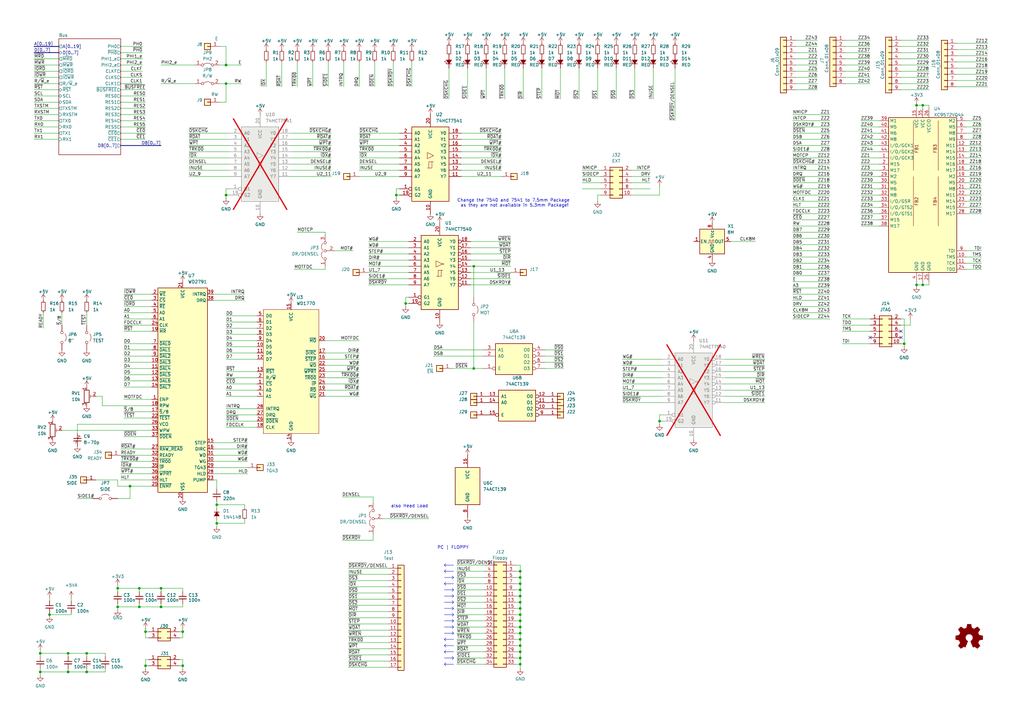
<source format=kicad_sch>
(kicad_sch (version 20231120) (generator "eeschema") (generator_version "8.0")
  (paper "A3")
  (title_block (title "Unicomp v3 - WD177x / WD279x Floppy  Board") (date "2024-10-01") (rev "v1.1") (company "100% Offner") (comment 1 "v1.0: Initial") (comment 2 "v1.1: U1 and U2 7.5mm Pakage added"))
  (junction (at 213.36 259.715))
  (junction (at 59.69 273.05))
  (junction (at 66.04 241.3))
  (junction (at 88.9 214.63))
  (junction (at 16.51 275.59))
  (junction (at 92.71 34.29))
  (junction (at 194.31 151.13))
  (junction (at 213.36 247.015))
  (junction (at 74.93 259.08))
  (junction (at 213.36 236.855))
  (junction (at 213.36 262.255))
  (junction (at 213.36 269.875))
  (junction (at 213.36 267.335))
  (junction (at 270.51 172.72))
  (junction (at 213.36 234.315))
  (junction (at 92.71 26.67))
  (junction (at 213.36 254.635))
  (junction (at 375.92 43.18))
  (junction (at 162.56 80.01))
  (junction (at 378.46 116.84))
  (junction (at 213.36 244.475))
  (junction (at 194.31 109.22))
  (junction (at 375.92 116.84))
  (junction (at 213.36 241.935))
  (junction (at 88.9 207.01))
  (junction (at 213.36 264.795))
  (junction (at 35.56 267.97))
  (junction (at 27.94 275.59))
  (junction (at 48.26 241.3))
  (junction (at 59.69 259.08))
  (junction (at 16.51 267.97))
  (junction (at 378.46 43.18))
  (junction (at 53.34 199.39))
  (junction (at 166.37 124.46))
  (junction (at 66.04 248.92))
  (junction (at 213.36 249.555))
  (junction (at 27.94 267.97))
  (junction (at 74.93 273.05))
  (junction (at 92.71 80.01))
  (junction (at 213.36 252.095))
  (junction (at 20.32 252.095))
  (junction (at 57.15 248.92))
  (junction (at 213.36 239.395))
  (junction (at 57.15 241.3))
  (junction (at 213.36 257.175))
  (junction (at 370.84 140.97))
  (junction (at 213.36 272.415))
  (junction (at 48.26 248.92))
  (junction (at 35.56 275.59))
  (no_connect (at 369.57 138.43))
  (no_connect (at 369.57 135.89))
  (no_connect (at 356.87 138.43))
  (wire (pts (xy 88.9 214.63) (xy 88.9 213.36)))
  (wire (pts (xy 402.59 107.95) (xy 396.24 107.95)))
  (wire (pts (xy 213.36 264.795) (xy 213.36 267.335)))
  (polyline (pts (xy 182.245 234.315) (xy 182.88 233.68)))
  (wire (pts (xy 100.33 214.63) (xy 88.9 214.63)))
  (wire (pts (xy 159.385 248.285) (xy 142.875 248.285)))
  (wire (pts (xy 325.12 46.99) (xy 340.36 46.99)))
  (wire (pts (xy 43.18 275.59) (xy 35.56 275.59)))
  (wire (pts (xy 153.035 219.075) (xy 153.035 221.615)))
  (wire (pts (xy 49.53 196.85) (xy 62.23 196.85)))
  (polyline (pts (xy 186.055 254.635) (xy 182.245 254.635)))
  (wire (pts (xy 13.97 39.37) (xy 24.13 39.37)))
  (polyline (pts (xy 182.245 262.255) (xy 182.88 262.89)))
  (wire (pts (xy 100.33 213.36) (xy 100.33 214.63)))
  (wire (pts (xy 231.14 148.59) (xy 223.52 148.59)))
  (wire (pts (xy 50.8 151.13) (xy 62.23 151.13)))
  (polyline (pts (xy 186.055 252.095) (xy 185.42 252.73)))
  (wire (pts (xy 156.845 212.725) (xy 175.895 212.725)))
  (wire (pts (xy 346.71 31.75) (xy 356.87 31.75)))
  (wire (pts (xy 13.97 31.75) (xy 24.13 31.75)))
  (wire (pts (xy 259.08 74.93) (xy 266.7 74.93)))
  (wire (pts (xy 231.14 146.05) (xy 223.52 146.05)))
  (wire (pts (xy 213.36 239.395) (xy 213.36 241.935)))
  (wire (pts (xy 255.27 152.4) (xy 271.78 152.4)))
  (polyline (pts (xy 182.245 272.415) (xy 186.055 272.415)))
  (wire (pts (xy 74.93 259.08) (xy 74.93 261.62)))
  (wire (pts (xy 159.385 238.125) (xy 142.875 238.125)))
  (wire (pts (xy 59.69 259.08) (xy 60.96 259.08)))
  (polyline (pts (xy 186.055 244.475) (xy 185.42 245.11)))
  (wire (pts (xy 325.12 120.65) (xy 340.36 120.65)))
  (wire (pts (xy 325.12 59.69) (xy 340.36 59.69)))
  (wire (pts (xy 369.57 133.35) (xy 373.38 133.35)))
  (wire (pts (xy 88.9 205.74) (xy 88.9 207.01)))
  (wire (pts (xy 396.24 67.31) (xy 402.59 67.31)))
  (wire (pts (xy 353.06 69.85) (xy 360.68 69.85)))
  (wire (pts (xy 147.32 59.69) (xy 163.83 59.69)))
  (polyline (pts (xy 186.055 241.935) (xy 185.42 242.57)))
  (wire (pts (xy 50.8 163.83) (xy 62.23 163.83)))
  (wire (pts (xy 245.11 27.94) (xy 245.11 40.64)))
  (wire (pts (xy 13.97 41.91) (xy 24.13 41.91)))
  (wire (pts (xy 193.04 111.76) (xy 209.55 111.76)))
  (wire (pts (xy 41.91 166.37) (xy 41.91 162.56)))
  (wire (pts (xy 297.18 147.32) (xy 313.69 147.32)))
  (wire (pts (xy 259.08 80.01) (xy 270.51 80.01)))
  (wire (pts (xy 325.12 100.33) (xy 340.36 100.33)))
  (wire (pts (xy 369.57 19.05) (xy 381 19.05)))
  (wire (pts (xy 92.71 142.24) (xy 105.41 142.24)))
  (wire (pts (xy 211.455 272.415) (xy 213.36 272.415)))
  (wire (pts (xy 189.23 72.39) (xy 205.74 72.39)))
  (wire (pts (xy 396.24 87.63) (xy 402.59 87.63)))
  (wire (pts (xy 184.15 27.94) (xy 184.15 40.64)))
  (wire (pts (xy 353.06 92.71) (xy 360.68 92.71)))
  (wire (pts (xy 325.12 92.71) (xy 340.36 92.71)))
  (wire (pts (xy 326.39 19.05) (xy 335.28 19.05)))
  (wire (pts (xy 162.56 80.01) (xy 162.56 81.28)))
  (wire (pts (xy 193.04 101.6) (xy 209.55 101.6)))
  (wire (pts (xy 396.24 59.69) (xy 402.59 59.69)))
  (wire (pts (xy 49.53 34.29) (xy 58.42 34.29)))
  (wire (pts (xy 346.71 16.51) (xy 356.87 16.51)))
  (wire (pts (xy 396.24 77.47) (xy 402.59 77.47)))
  (wire (pts (xy 147.32 67.31) (xy 163.83 67.31)))
  (wire (pts (xy 211.455 264.795) (xy 213.36 264.795)))
  (wire (pts (xy 134.62 25.4) (xy 134.62 35.56)))
  (wire (pts (xy 147.32 25.4) (xy 147.32 35.56)))
  (wire (pts (xy 147.32 54.61) (xy 163.83 54.61)))
  (wire (pts (xy 369.57 21.59) (xy 381 21.59)))
  (wire (pts (xy 87.63 189.23) (xy 101.6 189.23)))
  (wire (pts (xy 375.92 116.84) (xy 375.92 117.475)))
  (wire (pts (xy 325.12 130.81) (xy 340.36 130.81)))
  (wire (pts (xy 189.23 62.23) (xy 205.74 62.23)))
  (wire (pts (xy 57.15 241.3) (xy 48.26 241.3)))
  (polyline (pts (xy 182.245 262.255) (xy 186.055 262.255)))
  (wire (pts (xy 325.12 128.27) (xy 340.36 128.27)))
  (wire (pts (xy 50.8 179.07) (xy 62.23 179.07)))
  (wire (pts (xy 20.32 252.73) (xy 20.32 252.095)))
  (wire (pts (xy 297.18 160.02) (xy 313.69 160.02)))
  (wire (pts (xy 325.12 49.53) (xy 340.36 49.53)))
  (wire (pts (xy 198.755 239.395) (xy 187.325 239.395)))
  (wire (pts (xy 167.64 121.92) (xy 166.37 121.92)))
  (wire (pts (xy 297.18 165.1) (xy 313.69 165.1)))
  (wire (pts (xy 199.39 27.94) (xy 199.39 40.64)))
  (wire (pts (xy 237.49 27.94) (xy 237.49 40.64)))
  (wire (pts (xy 297.18 157.48) (xy 313.69 157.48)))
  (wire (pts (xy 369.57 26.67) (xy 381 26.67)))
  (polyline (pts (xy 182.245 262.255) (xy 182.88 261.62)))
  (wire (pts (xy 20.32 252.095) (xy 29.21 252.095)))
  (wire (pts (xy 214.63 27.94) (xy 214.63 40.64)))
  (wire (pts (xy 194.31 121.92) (xy 194.31 109.22)))
  (wire (pts (xy 396.24 82.55) (xy 402.59 82.55)))
  (wire (pts (xy 346.71 26.67) (xy 356.87 26.67)))
  (wire (pts (xy 41.91 162.56) (xy 39.37 162.56)))
  (wire (pts (xy 119.38 64.77) (xy 135.89 64.77)))
  (wire (pts (xy 255.27 165.1) (xy 271.78 165.1)))
  (wire (pts (xy 260.35 27.94) (xy 260.35 40.64)))
  (wire (pts (xy 194.31 151.13) (xy 194.31 132.08)))
  (wire (pts (xy 392.43 27.94) (xy 405.13 27.94)))
  (wire (pts (xy 66.04 247.65) (xy 66.04 248.92)))
  (wire (pts (xy 53.34 199.39) (xy 62.23 199.39)))
  (wire (pts (xy 325.12 113.03) (xy 340.36 113.03)))
  (wire (pts (xy 50.8 171.45) (xy 62.23 171.45)))
  (wire (pts (xy 121.92 25.4) (xy 121.92 35.56)))
  (wire (pts (xy 74.93 261.62) (xy 73.66 261.62)))
  (wire (pts (xy 92.71 41.91) (xy 92.71 34.29)))
  (wire (pts (xy 177.8 143.51) (xy 198.12 143.51)))
  (wire (pts (xy 92.71 129.54) (xy 105.41 129.54)))
  (wire (pts (xy 163.83 77.47) (xy 162.56 77.47)))
  (wire (pts (xy 297.18 152.4) (xy 313.69 152.4)))
  (wire (pts (xy 270.51 170.18) (xy 270.51 172.72)))
  (wire (pts (xy 326.39 16.51) (xy 335.28 16.51)))
  (wire (pts (xy 326.39 24.13) (xy 335.28 24.13)))
  (wire (pts (xy 159.385 255.905) (xy 142.875 255.905)))
  (wire (pts (xy 255.27 160.02) (xy 271.78 160.02)))
  (wire (pts (xy 35.56 128.27) (xy 35.56 133.35)))
  (wire (pts (xy 392.43 22.86) (xy 405.13 22.86)))
  (wire (pts (xy 159.385 250.825) (xy 142.875 250.825)))
  (polyline (pts (xy 186.055 247.015) (xy 185.42 246.38)))
  (wire (pts (xy 198.755 244.475) (xy 187.325 244.475)))
  (wire (pts (xy 325.12 77.47) (xy 340.36 77.47)))
  (wire (pts (xy 345.44 133.35) (xy 356.87 133.35)))
  (wire (pts (xy 59.69 273.05) (xy 59.69 274.32)))
  (wire (pts (xy 213.36 267.335) (xy 213.36 269.875)))
  (polyline (pts (xy 186.055 247.015) (xy 182.245 247.015)))
  (wire (pts (xy 49.53 46.99) (xy 59.69 46.99)))
  (wire (pts (xy 92.71 152.4) (xy 105.41 152.4)))
  (wire (pts (xy 259.08 69.85) (xy 266.7 69.85)))
  (wire (pts (xy 49.53 189.23) (xy 62.23 189.23)))
  (wire (pts (xy 211.455 249.555) (xy 213.36 249.555)))
  (wire (pts (xy 276.86 27.94) (xy 276.86 49.53)))
  (wire (pts (xy 211.455 236.855) (xy 213.36 236.855)))
  (wire (pts (xy 92.71 139.7) (xy 105.41 139.7)))
  (wire (pts (xy 402.59 110.49) (xy 396.24 110.49)))
  (wire (pts (xy 144.78 102.87) (xy 137.16 102.87)))
  (wire (pts (xy 147.32 69.85) (xy 163.83 69.85)))
  (wire (pts (xy 43.18 274.32) (xy 43.18 275.59)))
  (wire (pts (xy 297.18 162.56) (xy 313.69 162.56)))
  (wire (pts (xy 375.92 116.84) (xy 378.46 116.84)))
  (wire (pts (xy 92.71 144.78) (xy 105.41 144.78)))
  (wire (pts (xy 345.44 135.89) (xy 356.87 135.89)))
  (wire (pts (xy 392.43 30.48) (xy 405.13 30.48)))
  (wire (pts (xy 25.4 128.27) (xy 25.4 133.35)))
  (wire (pts (xy 13.97 46.99) (xy 24.13 46.99)))
  (wire (pts (xy 369.57 24.13) (xy 381 24.13)))
  (wire (pts (xy 185.42 151.13) (xy 194.31 151.13)))
  (wire (pts (xy 326.39 21.59) (xy 335.28 21.59)))
  (wire (pts (xy 151.13 114.3) (xy 167.64 114.3)))
  (wire (pts (xy 381 116.84) (xy 381 115.57)))
  (wire (pts (xy 392.43 35.56) (xy 405.13 35.56)))
  (wire (pts (xy 198.755 231.775) (xy 187.325 231.775)))
  (wire (pts (xy 133.35 152.4) (xy 147.32 152.4)))
  (wire (pts (xy 325.12 102.87) (xy 340.36 102.87)))
  (wire (pts (xy 49.53 54.61) (xy 59.69 54.61)))
  (wire (pts (xy 193.04 109.22) (xy 194.31 109.22)))
  (polyline (pts (xy 182.245 231.775) (xy 186.055 231.775)))
  (polyline (pts (xy 186.055 236.855) (xy 185.42 236.22)))
  (wire (pts (xy 147.32 64.77) (xy 163.83 64.77)))
  (wire (pts (xy 159.385 235.585) (xy 142.875 235.585)))
  (wire (pts (xy 13.97 54.61) (xy 24.13 54.61)))
  (wire (pts (xy 66.04 26.67) (xy 80.01 26.67)))
  (wire (pts (xy 396.24 74.93) (xy 402.59 74.93)))
  (wire (pts (xy 119.38 69.85) (xy 135.89 69.85)))
  (wire (pts (xy 325.12 67.31) (xy 340.36 67.31)))
  (wire (pts (xy 16.51 275.59) (xy 27.94 275.59)))
  (wire (pts (xy 57.15 241.3) (xy 57.15 242.57)))
  (wire (pts (xy 325.12 95.25) (xy 340.36 95.25)))
  (wire (pts (xy 353.06 74.93) (xy 360.68 74.93)))
  (wire (pts (xy 193.04 114.3) (xy 209.55 114.3)))
  (wire (pts (xy 120.65 110.49) (xy 133.35 110.49)))
  (wire (pts (xy 325.12 110.49) (xy 340.36 110.49)))
  (wire (pts (xy 207.01 27.94) (xy 207.01 40.64)))
  (wire (pts (xy 353.06 72.39) (xy 360.68 72.39)))
  (wire (pts (xy 87.63 184.15) (xy 101.6 184.15)))
  (wire (pts (xy 198.755 269.875) (xy 187.325 269.875)))
  (wire (pts (xy 92.71 172.72) (xy 105.41 172.72)))
  (wire (pts (xy 48.26 196.85) (xy 48.26 199.39)))
  (wire (pts (xy 325.12 118.11) (xy 340.36 118.11)))
  (wire (pts (xy 353.06 57.15) (xy 360.68 57.15)))
  (wire (pts (xy 222.25 27.94) (xy 222.25 40.64)))
  (wire (pts (xy 198.12 151.13) (xy 194.31 151.13)))
  (wire (pts (xy 57.15 247.65) (xy 57.15 248.92)))
  (polyline (pts (xy 186.055 257.175) (xy 185.42 257.81)))
  (wire (pts (xy 325.12 72.39) (xy 340.36 72.39)))
  (wire (pts (xy 50.8 130.81) (xy 62.23 130.81)))
  (wire (pts (xy 325.12 74.93) (xy 340.36 74.93)))
  (wire (pts (xy 151.13 99.06) (xy 167.64 99.06)))
  (wire (pts (xy 211.455 231.775) (xy 213.36 231.775)))
  (wire (pts (xy 325.12 85.09) (xy 340.36 85.09)))
  (polyline (pts (xy 186.055 254.635) (xy 185.42 254)))
  (polyline (pts (xy 182.245 234.315) (xy 186.055 234.315)))
  (wire (pts (xy 49.53 26.67) (xy 58.42 26.67)))
  (wire (pts (xy 59.69 261.62) (xy 60.96 261.62)))
  (wire (pts (xy 49.53 39.37) (xy 59.69 39.37)))
  (wire (pts (xy 325.12 125.73) (xy 340.36 125.73)))
  (wire (pts (xy 50.8 153.67) (xy 62.23 153.67)))
  (polyline (pts (xy 182.245 267.335) (xy 182.88 266.7)))
  (wire (pts (xy 66.04 241.3) (xy 57.15 241.3)))
  (wire (pts (xy 77.47 54.61) (xy 93.98 54.61)))
  (wire (pts (xy 159.385 243.205) (xy 142.875 243.205)))
  (wire (pts (xy 213.36 249.555) (xy 213.36 252.095)))
  (wire (pts (xy 74.93 270.51) (xy 74.93 273.05)))
  (wire (pts (xy 326.39 31.75) (xy 335.28 31.75)))
  (wire (pts (xy 353.06 90.17) (xy 360.68 90.17)))
  (wire (pts (xy 100.33 120.65) (xy 87.63 120.65)))
  (polyline (pts (xy 186.055 252.095) (xy 182.245 252.095)))
  (wire (pts (xy 325.12 69.85) (xy 340.36 69.85)))
  (wire (pts (xy 345.44 130.81) (xy 356.87 130.81)))
  (wire (pts (xy 213.36 259.715) (xy 213.36 262.255)))
  (wire (pts (xy 25.4 176.53) (xy 62.23 176.53)))
  (wire (pts (xy 252.73 27.94) (xy 252.73 40.64)))
  (wire (pts (xy 213.36 272.415) (xy 213.36 274.32)))
  (wire (pts (xy 35.56 274.32) (xy 35.56 275.59)))
  (polyline (pts (xy 186.055 249.555) (xy 185.42 248.92)))
  (wire (pts (xy 159.385 245.745) (xy 142.875 245.745)))
  (wire (pts (xy 153.035 206.375) (xy 153.035 203.835)))
  (wire (pts (xy 74.93 241.3) (xy 66.04 241.3)))
  (wire (pts (xy 189.23 69.85) (xy 205.74 69.85)))
  (wire (pts (xy 92.71 170.18) (xy 105.41 170.18)))
  (polyline (pts (xy 186.055 249.555) (xy 185.42 250.19)))
  (wire (pts (xy 396.24 52.07) (xy 402.59 52.07)))
  (wire (pts (xy 119.38 54.61) (xy 135.89 54.61)))
  (wire (pts (xy 378.46 116.84) (xy 378.46 115.57)))
  (wire (pts (xy 50.8 158.75) (xy 62.23 158.75)))
  (bus (pts (xy 49.53 59.69) (xy 66.04 59.69)))
  (wire (pts (xy 147.32 72.39) (xy 163.83 72.39)))
  (wire (pts (xy 213.36 252.095) (xy 213.36 254.635)))
  (wire (pts (xy 50.8 146.05) (xy 62.23 146.05)))
  (wire (pts (xy 325.12 82.55) (xy 340.36 82.55)))
  (wire (pts (xy 159.385 253.365) (xy 142.875 253.365)))
  (wire (pts (xy 159.385 240.665) (xy 142.875 240.665)))
  (wire (pts (xy 325.12 105.41) (xy 340.36 105.41)))
  (wire (pts (xy 211.455 244.475) (xy 213.36 244.475)))
  (wire (pts (xy 345.44 140.97) (xy 356.87 140.97)))
  (wire (pts (xy 87.63 186.69) (xy 101.6 186.69)))
  (wire (pts (xy 353.06 64.77) (xy 360.68 64.77)))
  (wire (pts (xy 189.23 57.15) (xy 205.74 57.15)))
  (wire (pts (xy 159.385 266.065) (xy 142.875 266.065)))
  (wire (pts (xy 59.69 273.05) (xy 60.96 273.05)))
  (polyline (pts (xy 186.055 241.935) (xy 185.42 241.3)))
  (wire (pts (xy 50.8 125.73) (xy 62.23 125.73)))
  (wire (pts (xy 13.97 34.29) (xy 24.13 34.29)))
  (wire (pts (xy 119.38 72.39) (xy 135.89 72.39)))
  (wire (pts (xy 92.71 19.05) (xy 92.71 26.67)))
  (wire (pts (xy 87.63 181.61) (xy 101.6 181.61)))
  (wire (pts (xy 211.455 257.175) (xy 213.36 257.175)))
  (wire (pts (xy 369.57 36.83) (xy 381 36.83)))
  (wire (pts (xy 50.8 148.59) (xy 62.23 148.59)))
  (wire (pts (xy 369.57 140.97) (xy 370.84 140.97)))
  (wire (pts (xy 77.47 62.23) (xy 93.98 62.23)))
  (wire (pts (xy 49.53 31.75) (xy 58.42 31.75)))
  (wire (pts (xy 133.35 110.49) (xy 133.35 109.22)))
  (wire (pts (xy 353.06 87.63) (xy 360.68 87.63)))
  (wire (pts (xy 49.53 41.91) (xy 59.69 41.91)))
  (polyline (pts (xy 182.245 267.335) (xy 186.055 267.335)))
  (wire (pts (xy 48.26 248.92) (xy 57.15 248.92)))
  (wire (pts (xy 90.17 41.91) (xy 92.71 41.91)))
  (wire (pts (xy 133.35 96.52) (xy 133.35 95.25)))
  (bus (pts (xy 24.13 19.05) (xy 13.97 19.05)))
  (wire (pts (xy 159.385 258.445) (xy 142.875 258.445)))
  (wire (pts (xy 35.56 267.97) (xy 43.18 267.97)))
  (wire (pts (xy 211.455 241.935) (xy 213.36 241.935)))
  (wire (pts (xy 369.57 130.81) (xy 370.84 130.81)))
  (wire (pts (xy 211.455 239.395) (xy 213.36 239.395)))
  (wire (pts (xy 189.23 54.61) (xy 205.74 54.61)))
  (wire (pts (xy 369.57 29.21) (xy 381 29.21)))
  (wire (pts (xy 16.51 267.97) (xy 16.51 269.24)))
  (wire (pts (xy 325.12 115.57) (xy 340.36 115.57)))
  (wire (pts (xy 151.13 116.84) (xy 167.64 116.84)))
  (polyline (pts (xy 186.055 259.715) (xy 185.42 260.35)))
  (wire (pts (xy 198.755 264.795) (xy 187.325 264.795)))
  (wire (pts (xy 13.97 57.15) (xy 24.13 57.15)))
  (polyline (pts (xy 186.055 254.635) (xy 185.42 255.27)))
  (wire (pts (xy 375.92 43.18) (xy 378.46 43.18)))
  (wire (pts (xy 100.33 123.19) (xy 87.63 123.19)))
  (wire (pts (xy 43.18 267.97) (xy 43.18 269.24)))
  (wire (pts (xy 271.78 170.18) (xy 270.51 170.18)))
  (wire (pts (xy 49.53 186.69) (xy 62.23 186.69)))
  (polyline (pts (xy 182.245 264.795) (xy 182.88 264.16)))
  (wire (pts (xy 326.39 29.21) (xy 335.28 29.21)))
  (wire (pts (xy 211.455 252.095) (xy 213.36 252.095)))
  (wire (pts (xy 194.31 109.22) (xy 209.55 109.22)))
  (wire (pts (xy 50.8 156.21) (xy 62.23 156.21)))
  (wire (pts (xy 50.8 128.27) (xy 62.23 128.27)))
  (wire (pts (xy 49.53 57.15) (xy 59.69 57.15)))
  (wire (pts (xy 231.14 151.13) (xy 223.52 151.13)))
  (wire (pts (xy 90.17 19.05) (xy 92.71 19.05)))
  (wire (pts (xy 381 43.18) (xy 381 44.45)))
  (wire (pts (xy 193.04 106.68) (xy 209.55 106.68)))
  (wire (pts (xy 373.38 130.81) (xy 373.38 133.35)))
  (wire (pts (xy 66.04 248.92) (xy 74.93 248.92)))
  (wire (pts (xy 213.36 269.875) (xy 213.36 272.415)))
  (wire (pts (xy 17.78 128.27) (xy 17.78 134.62)))
  (wire (pts (xy 213.36 241.935) (xy 213.36 244.475)))
  (wire (pts (xy 92.71 26.67) (xy 90.17 26.67)))
  (wire (pts (xy 211.455 254.635) (xy 213.36 254.635)))
  (wire (pts (xy 191.77 27.94) (xy 191.77 40.64)))
  (wire (pts (xy 159.385 263.525) (xy 142.875 263.525)))
  (wire (pts (xy 27.94 267.97) (xy 35.56 267.97)))
  (wire (pts (xy 325.12 64.77) (xy 340.36 64.77)))
  (wire (pts (xy 353.06 49.53) (xy 360.68 49.53)))
  (wire (pts (xy 255.27 154.94) (xy 271.78 154.94)))
  (wire (pts (xy 229.87 27.94) (xy 229.87 40.64)))
  (wire (pts (xy 49.53 24.13) (xy 58.42 24.13)))
  (wire (pts (xy 211.455 259.715) (xy 213.36 259.715)))
  (wire (pts (xy 35.56 275.59) (xy 27.94 275.59)))
  (wire (pts (xy 27.94 274.32) (xy 27.94 275.59)))
  (polyline (pts (xy 182.245 267.335) (xy 182.88 267.97)))
  (polyline (pts (xy 186.055 259.715) (xy 185.42 259.08)))
  (wire (pts (xy 213.36 234.315) (xy 213.36 236.855)))
  (wire (pts (xy 16.51 276.86) (xy 16.51 275.59)))
  (wire (pts (xy 100.33 207.01) (xy 88.9 207.01)))
  (wire (pts (xy 74.93 270.51) (xy 73.66 270.51)))
  (wire (pts (xy 211.455 262.255) (xy 213.36 262.255)))
  (wire (pts (xy 49.53 49.53) (xy 59.69 49.53)))
  (wire (pts (xy 16.51 275.59) (xy 16.51 274.32)))
  (wire (pts (xy 49.53 184.15) (xy 62.23 184.15)))
  (wire (pts (xy 92.71 134.62) (xy 105.41 134.62)))
  (wire (pts (xy 255.27 162.56) (xy 271.78 162.56)))
  (wire (pts (xy 13.97 36.83) (xy 24.13 36.83)))
  (wire (pts (xy 13.97 52.07) (xy 24.13 52.07)))
  (wire (pts (xy 378.46 43.18) (xy 381 43.18)))
  (wire (pts (xy 74.93 242.57) (xy 74.93 241.3)))
  (wire (pts (xy 326.39 34.29) (xy 335.28 34.29)))
  (wire (pts (xy 153.67 25.4) (xy 153.67 35.56)))
  (wire (pts (xy 66.04 241.3) (xy 66.04 242.57)))
  (wire (pts (xy 325.12 97.79) (xy 340.36 97.79)))
  (wire (pts (xy 49.53 52.07) (xy 59.69 52.07)))
  (wire (pts (xy 92.71 80.01) (xy 92.71 81.28)))
  (wire (pts (xy 325.12 57.15) (xy 340.36 57.15)))
  (wire (pts (xy 198.755 236.855) (xy 187.325 236.855)))
  (wire (pts (xy 198.755 254.635) (xy 187.325 254.635)))
  (wire (pts (xy 88.9 207.01) (xy 88.9 208.28)))
  (polyline (pts (xy 186.055 269.875) (xy 185.42 269.24)))
  (wire (pts (xy 74.93 248.92) (xy 74.93 247.65)))
  (wire (pts (xy 151.13 109.22) (xy 167.64 109.22)))
  (wire (pts (xy 92.71 175.26) (xy 105.41 175.26)))
  (wire (pts (xy 177.8 146.05) (xy 198.12 146.05)))
  (wire (pts (xy 161.29 25.4) (xy 161.29 35.56)))
  (wire (pts (xy 147.32 57.15) (xy 163.83 57.15)))
  (wire (pts (xy 396.24 85.09) (xy 402.59 85.09)))
  (wire (pts (xy 48.26 199.39) (xy 53.34 199.39)))
  (wire (pts (xy 31.75 173.99) (xy 62.23 173.99)))
  (wire (pts (xy 255.27 147.32) (xy 271.78 147.32)))
  (wire (pts (xy 162.56 80.01) (xy 163.83 80.01)))
  (wire (pts (xy 27.94 267.97) (xy 27.94 269.24)))
  (polyline (pts (xy 182.245 239.395) (xy 182.88 238.76)))
  (polyline (pts (xy 182.245 272.415) (xy 182.88 271.78)))
  (wire (pts (xy 92.71 167.64) (xy 105.41 167.64)))
  (wire (pts (xy 77.47 69.85) (xy 93.98 69.85)))
  (wire (pts (xy 92.71 162.56) (xy 105.41 162.56)))
  (wire (pts (xy 29.21 251.46) (xy 29.21 252.095)))
  (wire (pts (xy 346.71 19.05) (xy 356.87 19.05)))
  (polyline (pts (xy 182.245 231.775) (xy 182.88 231.14)))
  (polyline (pts (xy 186.055 269.875) (xy 182.245 269.875)))
  (wire (pts (xy 87.63 191.77) (xy 101.6 191.77)))
  (wire (pts (xy 50.8 123.19) (xy 62.23 123.19)))
  (wire (pts (xy 41.91 166.37) (xy 62.23 166.37)))
  (wire (pts (xy 392.43 33.02) (xy 405.13 33.02)))
  (wire (pts (xy 133.35 144.78) (xy 147.32 144.78)))
  (wire (pts (xy 49.53 36.83) (xy 59.69 36.83)))
  (wire (pts (xy 369.57 31.75) (xy 381 31.75)))
  (wire (pts (xy 370.84 140.97) (xy 370.84 142.24)))
  (wire (pts (xy 49.53 191.77) (xy 62.23 191.77)))
  (wire (pts (xy 346.71 24.13) (xy 356.87 24.13)))
  (wire (pts (xy 92.71 132.08) (xy 105.41 132.08)))
  (wire (pts (xy 238.76 74.93) (xy 246.38 74.93)))
  (wire (pts (xy 211.455 234.315) (xy 213.36 234.315)))
  (wire (pts (xy 133.35 157.48) (xy 147.32 157.48)))
  (wire (pts (xy 297.18 154.94) (xy 313.69 154.94)))
  (wire (pts (xy 396.24 57.15) (xy 402.59 57.15)))
  (wire (pts (xy 13.97 29.21) (xy 24.13 29.21)))
  (polyline (pts (xy 182.245 272.415) (xy 182.88 273.05)))
  (wire (pts (xy 92.71 154.94) (xy 105.41 154.94)))
  (wire (pts (xy 92.71 34.29) (xy 90.17 34.29)))
  (wire (pts (xy 325.12 107.95) (xy 340.36 107.95)))
  (wire (pts (xy 370.84 130.81) (xy 370.84 140.97)))
  (wire (pts (xy 255.27 149.86) (xy 271.78 149.86)))
  (wire (pts (xy 133.35 139.7) (xy 147.32 139.7)))
  (wire (pts (xy 133.35 160.02) (xy 147.32 160.02)))
  (wire (pts (xy 92.71 77.47) (xy 92.71 80.01)))
  (polyline (pts (xy 186.055 249.555) (xy 182.245 249.555)))
  (wire (pts (xy 396.24 62.23) (xy 402.59 62.23)))
  (wire (pts (xy 213.36 244.475) (xy 213.36 247.015)))
  (wire (pts (xy 375.92 42.545) (xy 375.92 43.18)))
  (wire (pts (xy 213.36 257.175) (xy 213.36 259.715)))
  (wire (pts (xy 48.26 247.65) (xy 48.26 248.92)))
  (wire (pts (xy 53.34 204.47) (xy 53.34 199.39)))
  (wire (pts (xy 48.26 248.92) (xy 48.26 250.19)))
  (wire (pts (xy 159.385 271.145) (xy 142.875 271.145)))
  (wire (pts (xy 193.04 104.14) (xy 209.55 104.14)))
  (wire (pts (xy 270.51 172.72) (xy 271.78 172.72)))
  (wire (pts (xy 166.37 121.92) (xy 166.37 124.46)))
  (wire (pts (xy 198.755 257.175) (xy 187.325 257.175)))
  (wire (pts (xy 259.08 77.47) (xy 266.7 77.47)))
  (wire (pts (xy 13.97 44.45) (xy 24.13 44.45)))
  (wire (pts (xy 325.12 80.01) (xy 340.36 80.01)))
  (wire (pts (xy 151.13 101.6) (xy 167.64 101.6)))
  (wire (pts (xy 213.36 254.635) (xy 213.36 257.175)))
  (wire (pts (xy 92.71 26.67) (xy 99.06 26.67)))
  (wire (pts (xy 198.755 247.015) (xy 187.325 247.015)))
  (wire (pts (xy 213.36 262.255) (xy 213.36 264.795)))
  (wire (pts (xy 119.38 67.31) (xy 135.89 67.31)))
  (wire (pts (xy 168.91 25.4) (xy 168.91 35.56)))
  (wire (pts (xy 151.13 106.68) (xy 167.64 106.68)))
  (wire (pts (xy 49.53 19.05) (xy 58.42 19.05)))
  (wire (pts (xy 50.8 135.89) (xy 62.23 135.89)))
  (polyline (pts (xy 182.245 239.395) (xy 182.88 240.03)))
  (wire (pts (xy 100.33 208.28) (xy 100.33 207.01)))
  (wire (pts (xy 211.455 247.015) (xy 213.36 247.015)))
  (wire (pts (xy 392.43 20.32) (xy 405.13 20.32)))
  (wire (pts (xy 267.97 27.94) (xy 267.97 40.64)))
  (wire (pts (xy 396.24 80.01) (xy 402.59 80.01)))
  (wire (pts (xy 49.53 21.59) (xy 58.42 21.59)))
  (wire (pts (xy 198.755 272.415) (xy 187.325 272.415)))
  (wire (pts (xy 13.97 24.13) (xy 24.13 24.13)))
  (wire (pts (xy 378.46 116.84) (xy 381 116.84)))
  (wire (pts (xy 255.27 157.48) (xy 271.78 157.48)))
  (wire (pts (xy 115.57 25.4) (xy 115.57 35.56)))
  (wire (pts (xy 353.06 82.55) (xy 360.68 82.55)))
  (wire (pts (xy 13.97 26.67) (xy 24.13 26.67)))
  (polyline (pts (xy 186.055 244.475) (xy 182.245 244.475)))
  (wire (pts (xy 353.06 85.09) (xy 360.68 85.09)))
  (wire (pts (xy 193.04 116.84) (xy 209.55 116.84)))
  (wire (pts (xy 74.93 273.05) (xy 74.93 274.32)))
  (wire (pts (xy 325.12 52.07) (xy 340.36 52.07)))
  (wire (pts (xy 66.04 34.29) (xy 80.01 34.29)))
  (wire (pts (xy 48.26 241.3) (xy 48.26 242.57)))
  (polyline (pts (xy 182.245 239.395) (xy 186.055 239.395)))
  (wire (pts (xy 88.9 215.9) (xy 88.9 214.63)))
  (wire (pts (xy 49.53 44.45) (xy 59.69 44.45)))
  (wire (pts (xy 211.455 269.875) (xy 213.36 269.875)))
  (wire (pts (xy 74.93 257.81) (xy 74.93 259.08)))
  (wire (pts (xy 353.06 62.23) (xy 360.68 62.23)))
  (wire (pts (xy 346.71 29.21) (xy 356.87 29.21)))
  (wire (pts (xy 213.36 231.775) (xy 213.36 234.315)))
  (wire (pts (xy 353.06 80.01) (xy 360.68 80.01)))
  (wire (pts (xy 166.37 124.46) (xy 167.64 124.46)))
  (wire (pts (xy 159.385 260.985) (xy 142.875 260.985)))
  (wire (pts (xy 77.47 72.39) (xy 93.98 72.39)))
  (wire (pts (xy 270.51 76.2) (xy 270.51 80.01)))
  (wire (pts (xy 189.23 64.77) (xy 205.74 64.77)))
  (wire (pts (xy 77.47 67.31) (xy 93.98 67.31)))
  (polyline (pts (xy 186.055 244.475) (xy 185.42 243.84)))
  (wire (pts (xy 213.36 236.855) (xy 213.36 239.395)))
  (wire (pts (xy 77.47 64.77) (xy 93.98 64.77)))
  (wire (pts (xy 57.15 248.92) (xy 66.04 248.92)))
  (wire (pts (xy 402.59 102.87) (xy 396.24 102.87)))
  (wire (pts (xy 193.04 99.06) (xy 209.55 99.06)))
  (polyline (pts (xy 182.245 231.775) (xy 182.88 232.41)))
  (wire (pts (xy 133.35 154.94) (xy 147.32 154.94)))
  (wire (pts (xy 38.1 204.47) (xy 31.75 204.47)))
  (wire (pts (xy 375.92 43.18) (xy 375.92 44.45)))
  (wire (pts (xy 198.755 234.315) (xy 187.325 234.315)))
  (wire (pts (xy 39.37 196.85) (xy 48.26 196.85)))
  (wire (pts (xy 189.23 67.31) (xy 205.74 67.31)))
  (wire (pts (xy 49.53 194.31) (xy 62.23 194.31)))
  (wire (pts (xy 238.76 72.39) (xy 246.38 72.39)))
  (wire (pts (xy 402.59 105.41) (xy 396.24 105.41)))
  (wire (pts (xy 198.755 249.555) (xy 187.325 249.555)))
  (wire (pts (xy 162.56 77.47) (xy 162.56 80.01)))
  (wire (pts (xy 346.71 21.59) (xy 356.87 21.59)))
  (wire (pts (xy 353.06 52.07) (xy 360.68 52.07)))
  (wire (pts (xy 375.92 115.57) (xy 375.92 116.84)))
  (wire (pts (xy 231.14 143.51) (xy 223.52 143.51)))
  (wire (pts (xy 325.12 123.19) (xy 340.36 123.19)))
  (wire (pts (xy 49.53 29.21) (xy 58.42 29.21)))
  (wire (pts (xy 92.71 80.01) (xy 93.98 80.01)))
  (wire (pts (xy 396.24 49.53) (xy 402.59 49.53)))
  (wire (pts (xy 35.56 267.97) (xy 35.56 269.24)))
  (wire (pts (xy 346.71 34.29) (xy 356.87 34.29)))
  (wire (pts (xy 369.57 16.51) (xy 381 16.51)))
  (wire (pts (xy 87.63 196.85) (xy 88.9 196.85)))
  (wire (pts (xy 20.32 245.11) (xy 20.32 246.38)))
  (wire (pts (xy 133.35 149.86) (xy 147.32 149.86)))
  (wire (pts (xy 16.51 267.97) (xy 27.94 267.97)))
  (wire (pts (xy 369.57 34.29) (xy 381 34.29)))
  (wire (pts (xy 133.35 147.32) (xy 147.32 147.32)))
  (wire (pts (xy 396.24 69.85) (xy 402.59 69.85)))
  (wire (pts (xy 151.13 104.14) (xy 167.64 104.14)))
  (wire (pts (xy 74.93 273.05) (xy 73.66 273.05)))
  (polyline (pts (xy 182.245 264.795) (xy 186.055 264.795)))
  (wire (pts (xy 48.26 240.03) (xy 48.26 241.3)))
  (wire (pts (xy 238.76 77.47) (xy 246.38 77.47)))
  (wire (pts (xy 392.43 17.78) (xy 405.13 17.78)))
  (wire (pts (xy 13.97 49.53) (xy 24.13 49.53)))
  (wire (pts (xy 325.12 87.63) (xy 340.36 87.63)))
  (wire (pts (xy 119.38 62.23) (xy 135.89 62.23)))
  (wire (pts (xy 92.71 160.02) (xy 105.41 160.02)))
  (wire (pts (xy 50.8 143.51) (xy 62.23 143.51)))
  (wire (pts (xy 189.23 59.69) (xy 205.74 59.69)))
  (polyline (pts (xy 186.055 257.175) (xy 182.245 257.175)))
  (bus (pts (xy 24.13 21.59) (xy 13.97 21.59)))
  (wire (pts (xy 396.24 72.39) (xy 402.59 72.39)))
  (wire (pts (xy 59.69 257.81) (xy 59.69 259.08)))
  (wire (pts (xy 245.11 80.01) (xy 246.38 80.01)))
  (wire (pts (xy 353.06 77.47) (xy 360.68 77.47)))
  (wire (pts (xy 133.35 162.56) (xy 147.32 162.56)))
  (wire (pts (xy 77.47 59.69) (xy 93.98 59.69)))
  (wire (pts (xy 353.06 67.31) (xy 360.68 67.31)))
  (wire (pts (xy 297.18 149.86) (xy 313.69 149.86)))
  (wire (pts (xy 50.8 140.97) (xy 62.23 140.97)))
  (polyline (pts (xy 186.055 257.175) (xy 185.42 256.54)))
  (polyline (pts (xy 186.055 236.855) (xy 182.245 236.855)))
  (wire (pts (xy 325.12 90.17) (xy 340.36 90.17)))
  (wire (pts (xy 325.12 54.61) (xy 340.36 54.61)))
  (wire (pts (xy 151.13 111.76) (xy 167.64 111.76)))
  (wire (pts (xy 119.38 57.15) (xy 135.89 57.15)))
  (wire (pts (xy 326.39 36.83) (xy 335.28 36.83)))
  (wire (pts (xy 353.06 54.61) (xy 360.68 54.61)))
  (wire (pts (xy 198.755 252.095) (xy 187.325 252.095)))
  (polyline (pts (xy 186.055 259.715) (xy 182.245 259.715)))
  (wire (pts (xy 20.32 252.095) (xy 20.32 251.46)))
  (wire (pts (xy 50.8 133.35) (xy 62.23 133.35)))
  (wire (pts (xy 128.27 25.4) (xy 128.27 35.56)))
  (wire (pts (xy 396.24 54.61) (xy 402.59 54.61)))
  (wire (pts (xy 92.71 137.16) (xy 105.41 137.16)))
  (wire (pts (xy 59.69 270.51) (xy 60.96 270.51)))
  (wire (pts (xy 159.385 233.045) (xy 142.875 233.045)))
  (wire (pts (xy 198.755 241.935) (xy 187.325 241.935)))
  (wire (pts (xy 74.93 259.08) (xy 73.66 259.08)))
  (wire (pts (xy 31.75 173.99) (xy 31.75 177.8)))
  (polyline (pts (xy 186.055 252.095) (xy 185.42 251.46)))
  (wire (pts (xy 140.335 203.835) (xy 153.035 203.835)))
  (wire (pts (xy 378.46 43.18) (xy 378.46 44.45)))
  (wire (pts (xy 326.39 26.67) (xy 335.28 26.67)))
  (wire (pts (xy 259.08 72.39) (xy 266.7 72.39)))
  (polyline (pts (xy 186.055 241.935) (xy 182.245 241.935)))
  (wire (pts (xy 166.37 124.46) (xy 166.37 125.73)))
  (wire (pts (xy 16.51 266.7) (xy 16.51 267.97)))
  (wire (pts (xy 87.63 194.31) (xy 101.6 194.31)))
  (wire (pts (xy 93.98 77.47) (xy 92.71 77.47)))
  (wire (pts (xy 392.43 25.4) (xy 405.13 25.4)))
  (polyline (pts (xy 186.055 269.875) (xy 185.42 270.51)))
  (polyline (pts (xy 182.245 264.795) (xy 182.88 265.43)))
  (wire (pts (xy 299.72 99.06) (xy 309.88 99.06)))
  (polyline (pts (xy 186.055 247.015) (xy 185.42 247.65)))
  (wire (pts (xy 59.69 270.51) (xy 59.69 273.05)))
  (wire (pts (xy 29.21 245.11) (xy 29.21 246.38)))
  (wire (pts (xy 198.755 262.255) (xy 187.325 262.255)))
  (wire (pts (xy 50.8 168.91) (xy 62.23 168.91)))
  (wire (pts (xy 211.455 267.335) (xy 213.36 267.335)))
  (wire (pts (xy 59.69 259.08) (xy 59.69 261.62)))
  (wire (pts (xy 92.71 34.29) (xy 99.06 34.29)))
  (wire (pts (xy 121.92 95.25) (xy 133.35 95.25)))
  (wire (pts (xy 245.11 80.01) (xy 245.11 82.55)))
  (wire (pts (xy 270.51 172.72) (xy 270.51 173.99)))
  (wire (pts (xy 109.22 25.4) (xy 109.22 35.56)))
  (wire (pts (xy 88.9 196.85) (xy 88.9 200.66)))
  (wire (pts (xy 213.36 247.015) (xy 213.36 249.555)))
  (wire (pts (xy 396.24 64.77) (xy 402.59 64.77)))
  (wire (pts (xy 159.385 273.685) (xy 142.875 273.685)))
  (polyline (pts (xy 182.245 234.315) (xy 182.88 234.95)))
  (wire (pts (xy 92.71 157.48) (xy 105.41 157.48)))
  (wire (pts (xy 353.06 59.69) (xy 360.68 59.69)))
  (wire (pts (xy 92.71 147.32) (xy 105.41 147.32)))
  (wire (pts (xy 119.38 59.69) (xy 135.89 59.69)))
  (wire (pts (xy 48.26 204.47) (xy 53.34 204.47)))
  (wire (pts (xy 140.335 221.615) (xy 153.035 221.615)))
  (wire (pts (xy 198.755 259.715) (xy 187.325 259.715)))
  (wire (pts (xy 198.755 267.335) (xy 187.325 267.335)))
  (polyline (pts (xy 186.055 236.855) (xy 185.42 237.49)))
  (wire (pts (xy 238.76 69.85) (xy 246.38 69.85)))
  (wire (pts (xy 50.8 120.65) (xy 62.23 120.65)))
  (wire (pts (xy 147.32 62.23) (xy 163.83 62.23)))
  (wire (pts (xy 140.97 25.4) (xy 140.97 35.56)))
  (wire (pts (xy 159.385 268.605) (xy 142.875 268.605)))
  (wire (pts (xy 77.47 57.15) (xy 93.98 57.15)))
  (wire (pts (xy 325.12 62.23) (xy 340.36 62.23)))
  (text "also Head Load" (at 168.021 207.645 0) (effects (font (size 1.27 1.27))))
  (text "Change the 7540 and 7541 to 7.5mm Package \nas they are not available in 5.3mm Package!" (at 211.074 83.312 0) (effects (font (size 1.27 1.27))))
  (text "PC | FLOPPY" (at 185.801 224.663 0) (effects (font (size 1.27 1.27))))
  (label "ZZ29" (at 340.36 95.25 180))
  (label "~{DS1}" (at 231.14 146.05 180))
  (label "~{RDAT}#" (at 49.53 184.15 0))
  (label "~{DS0}" (at 187.325 241.935 0))
  (label "~{DSKCHG}" (at 168.91 35.56 90))
  (label "~{IOWR}" (at 13.97 31.75 0))
  (label "ZZ31" (at 381 21.59 180))
  (label "DB[0..7]" (at 66.04 59.69 180))
  (label "ZZ7" (at 402.59 54.61 180))
  (label "~{IDX}#" (at 49.53 191.77 0))
  (label "SDA" (at 13.97 41.91 0))
  (label "~{IORD}" (at 50.8 125.73 0))
  (label "ZZ6" (at 335.28 31.75 180))
  (label "ZZ34" (at 340.36 107.95 180))
  (label "WG#" (at 325.12 77.47 0))
  (label "ZZ36" (at 353.06 87.63 0))
  (label "RES3" (at 59.69 46.99 180))
  (label "~{WPT}#" (at 135.89 59.69 180))
  (label "ZZ39" (at 356.87 26.67 180))
  (label "NMICP" (at 325.12 46.99 0))
  (label "ZZ36" (at 356.87 19.05 180))
  (label "MOT#" (at 255.27 157.48 0))
  (label "~{TRK00}" (at 147.32 62.23 0))
  (label "DB2" (at 325.12 107.95 0))
  (label "~{STEP}" (at 142.875 255.905 0))
  (label "DENSEL" (at 77.47 67.31 0))
  (label "~{SIDE1}" (at 313.69 162.56 180))
  (label "D4" (at 92.71 139.7 0))
  (label "~{DS2}" (at 142.875 248.285 0))
  (label "~{STEP}" (at 209.55 104.14 180))
  (label "ZZ19" (at 402.59 72.39 180))
  (label "FDCCLK" (at 325.12 87.63 0))
  (label "STEP#" (at 147.32 147.32 180))
  (label "~{MOT}" (at 313.69 157.48 180))
  (label "MOT#" (at 144.78 102.87 180))
  (label "ZZ30" (at 381 24.13 180))
  (label "D2" (at 92.71 134.62 0))
  (label "ZZ21" (at 340.36 82.55 180))
  (label "ZZ13" (at 402.59 62.23 180))
  (label "ZZ43" (at 353.06 59.69 0))
  (label "~{5}{slash}8" (at 50.8 168.91 0))
  (label "WG#" (at 255.27 147.32 0))
  (label "PHI2_e" (at 58.42 26.67 180))
  (label "ZZ20" (at 402.59 74.93 180))
  (label "~{DS0}" (at 231.14 143.51 180))
  (label "~{SIDE1}" (at 134.62 35.56 90))
  (label "SIDECP" (at 238.76 72.39 0))
  (label "ZZ39" (at 340.36 118.11 180))
  (label "HLD" (at 325.12 123.19 0))
  (label "READY" (at 49.53 186.69 0))
  (label "~{WREN}" (at 142.875 260.985 0))
  (label "~{TRK00}#" (at 135.89 62.23 180))
  (label "STEP#" (at 255.27 152.4 0))
  (label "~{WREN}" (at 313.69 147.32 180))
  (label "TX0" (at 13.97 49.53 0))
  (label "DRV" (at 325.12 125.73 0))
  (label "D3" (at 50.8 148.59 0))
  (label "~{MOT}" (at 187.325 249.555 0))
  (label "ZZ43" (at 335.28 16.51 180))
  (label "D6" (at 50.8 156.21 0))
  (label "INUSE#" (at 135.89 69.85 180))
  (label "CLK1" (at 325.12 82.55 0))
  (label "STEP#" (at 151.13 104.14 0))
  (label "~{STEP}" (at 187.325 254.635 0))
  (label "~{DS0}" (at 252.73 40.64 90))
  (label "~{DS2}" (at 231.14 148.59 180))
  (label "ZZ2" (at 340.36 49.53 180))
  (label "DENSEL#" (at 135.89 67.31 180))
  (label "~{DSKCHG}" (at 187.325 272.415 0))
  (label "PH0" (at 58.42 19.05 180))
  (label "~{SIDE1}" (at 209.55 114.3 180))
  (label "~{TRK00}" (at 142.875 263.525 0))
  (label "ZZ28" (at 381 29.21 180))
  (label "~{DS2}" (at 187.325 247.015 0))
  (label "TXSTM" (at 13.97 44.45 0))
  (label "ZZ18" (at 340.36 74.93 180))
  (label "TCK" (at 345.44 130.81 0))
  (label "U2_11" (at 195.58 72.39 0))
  (label "ZZ27" (at 381 31.75 180))
  (label "DRQ" (at 147.32 35.56 90))
  (label "WD#" (at 101.6 186.69 180))
  (label "~{DSKRDY}{slash}DENSEL" (at 175.895 212.725 180))
  (label "CLKS" (at 58.42 31.75 180))
  (label "INTCP" (at 325.12 49.53 0))
  (label "DRQ" (at 325.12 72.39 0))
  (label "MOTCP" (at 121.92 95.25 0))
  (label "READY" (at 17.78 134.62 90))
  (label "~{TRK00}" (at 121.92 35.56 90))
  (label "~{DSKCHG}" (at 147.32 54.61 0))
  (label "~{MOT}" (at 209.55 109.22 180))
  (label "DSB" (at 325.12 57.15 0))
  (label "~{TRK00}#" (at 147.32 154.94 180))
  (label "~{WDAT}" (at 209.55 101.6 180))
  (label "ZZ8" (at 340.36 62.23 180))
  (label "~{WDAT}" (at 187.325 257.175 0))
  (label "~{IOWR}" (at 50.8 120.65 0))
  (label "ZZ12" (at 402.59 59.69 180))
  (label "~{RDAT}" (at 77.47 57.15 0))
  (label "D3" (at 92.71 137.16 0))
  (label "~{DS3}" (at 260.35 40.64 90))
  (label "TDI" (at 402.59 102.87 180))
  (label "ZZ40" (at 353.06 52.07 0))
  (label "TX1" (at 13.97 54.61 0))
  (label "~{WPT}" (at 142.875 266.065 0))
  (label "RX1" (at 13.97 57.15 0))
  (label "DRQ" (at 100.33 123.19 180))
  (label "~{RST}" (at 50.8 135.89 0))
  (label "~{IDX}#" (at 147.32 157.48 180))
  (label "~{WPT}" (at 187.325 264.795 0))
  (label "~{RST}" (at 92.71 152.4 0))
  (label "ZZ16" (at 402.59 69.85 180))
  (label "~{DSKCHG}" (at 184.15 40.64 90))
  (label "WG#" (at 101.6 189.23 180))
  (label "ZZ37" (at 353.06 90.17 0))
  (label "~{DSKRDY}{slash}DENSEL" (at 276.86 49.53 90))
  (label "~{STEP}" (at 222.25 40.64 90))
  (label "FDCCLK" (at 92.71 175.26 0))
  (label "A0" (at 92.71 160.02 0))
  (label "SIDE1#" (at 151.13 114.3 0))
  (label "FDCCLK" (at 50.8 133.35 0))
  (label "~{DSEN}" (at 186.69 151.13 0))
  (label "~{RST}" (at 13.97 36.83 0))
  (label "ZZ27" (at 402.59 85.09 180))
  (label "ZZ41" (at 353.06 54.61 0))
  (label "R{slash}~{W}_e" (at 13.97 34.29 0))
  (label "~{DDEN}" (at 92.71 172.72 0))
  (label "MOTFDC" (at 120.65 110.49 0))
  (label "ZZ32" (at 353.06 80.01 0))
  (label "~{PH0}" (at 58.42 21.59 180))
  (label "~{RDAT}#" (at 205.74 57.15 180))
  (label "~{DS1}" (at 142.875 245.745 0))
  (label "CLKF" (at 58.42 29.21 180))
  (label "DSKRDY#" (at 313.69 165.1 180))
  (label "TDI" (at 345.44 140.97 0))
  (label "ZZ18" (at 402.59 67.31 180))
  (label "~{TRK00}" (at 207.01 40.64 90))
  (label "ZZ3" (at 340.36 52.07 180))
  (label "RW" (at 92.71 154.94 0))
  (label "~{DS2}" (at 237.49 40.64 90))
  (label "SIDE1#" (at 31.75 204.47 0))
  (label "~{DIR}" (at 209.55 106.68 180))
  (label "DB3" (at 325.12 105.41 0))
  (label "ZZ5" (at 340.36 54.61 180))
  (label "~{IDX}" (at 187.325 239.395 0))
  (label "D5" (at 92.71 142.24 0))
  (label "ZZ38" (at 356.87 24.13 180))
  (label "~{DIR}" (at 214.63 40.64 90))
  (label "DB1" (at 325.12 110.49 0))
  (label "ZZ37" (at 340.36 113.03 180))
  (label "DRQ" (at 92.71 170.18 0))
  (label "ZZ40" (at 340.36 120.65 180))
  (label "ZZ38" (at 353.06 92.71 0))
  (label "ZZ12" (at 340.36 64.77 180))
  (label "~{DIR}" (at 187.325 252.095 0))
  (label "D1" (at 50.8 143.51 0))
  (label "ZZ21" (at 405.13 35.56 180))
  (label "ZZ29" (at 353.06 72.39 0))
  (label "~{SIDE1}" (at 142.875 271.145 0))
  (label "U1_13" (at 313.69 160.02 180))
  (label "~{IORD}" (at 13.97 29.21 0))
  (label "ZZ20" (at 405.13 33.02 180))
  (label "~{DDEN}" (at 50.8 179.07 0))
  (label "ZZ34" (at 356.87 16.51 180))
  (label "ZZ20" (at 340.36 80.01 180))
  (label "~{TRK00}" (at 187.325 262.255 0))
  (label "ZZ2" (at 353.06 67.31 0))
  (label "RW" (at 99.06 34.29 180))
  (label "D7" (at 50.8 158.75 0))
  (label "DSA" (at 325.12 59.69 0))
  (label "~{DS3}" (at 231.14 151.13 180))
  (label "DB7" (at 325.12 95.25 0))
  (label "ZZ7" (at 335.28 34.29 180))
  (label "U1_13" (at 207.01 111.76 180))
  (label "INUSE" (at 147.32 69.85 0))
  (label "~{RDAT}#" (at 147.32 160.02 180))
  (label "~{WPT}" (at 128.27 35.56 90))
  (label "~{DSKCHG}" (at 77.47 54.61 0))
  (label "ZZ42" (at 353.06 57.15 0))
  (label "ZZ31" (at 340.36 100.33 180))
  (label "SIDE1#" (at 325.12 62.23 0))
  (label "~{DDEN}" (at 325.12 74.93 0))
  (label "DRV" (at 266.7 72.39 180))
  (label "ZZ44" (at 335.28 19.05 180))
  (label "ZZ33" (at 353.06 82.55 0))
  (label "TCK" (at 402.59 107.95 180))
  (label "~{RDAT}" (at 115.57 35.56 90))
  (label "ZZ34" (at 353.06 85.09 0))
  (label "ZZ18" (at 405.13 27.94 180))
  (label "~{MOT}" (at 229.87 40.64 90))
  (label "~{DSKCHG}#" (at 135.89 54.61 180))
  (label "ZZ28" (at 402.59 87.63 180))
  (label "ZZ44" (at 353.06 62.23 0))
  (label "WD#" (at 151.13 101.6 0))
  (label "~{WREN}" (at 187.325 259.715 0))
  (label "~{DSKCHG}#" (at 325.12 67.31 0))
  (label "DIR#" (at 147.32 144.78 180))
  (label "ZZ42" (at 356.87 34.29 180))
  (label "~{CE0}" (at 50.8 123.19 0))
  (label "~{DSKRDY}" (at 140.335 221.615 0))
  (label "ZZ44" (at 340.36 130.81 180))
  (label "ZZ7" (at 340.36 59.69 180))
  (label "~{DDEN}" (at 153.67 35.56 90))
  (label "~{RDAT}" (at 147.32 57.15 0))
  (label "ZZ41" (at 356.87 31.75 180))
  (label "ZZ13" (at 405.13 20.32 180))
  (label "MOTFDC" (at 50.8 163.83 0))
  (label "~{WPT}" (at 77.47 59.69 0))
  (label "ZZ5" (at 402.59 49.53 180))
  (label "TDO" (at 345.44 133.35 0))
  (label "A1" (at 50.8 130.81 0))
  (label "~{CE0}" (at 59.69 54.61 180))
  (label "U2_9" (at 77.47 72.39 0))
  (label "HLT" (at 266.7 74.93 180))
  (label "~{DS3}" (at 142.875 238.125 0))
  (label "R{slash}~{W}_e" (at 66.04 34.29 0))
  (label "~{DSKCHG}" (at 142.875 273.685 0))
  (label "DSB" (at 177.8 146.05 0))
  (label "SCL" (at 13.97 39.37 0))
  (label "ZZ21" (at 402.59 77.47 180))
  (label "D7" (at 92.71 147.32 0))
  (label "ZZ1" (at 353.06 64.77 0))
  (label "RES0" (at 59.69 39.37 180))
  (label "CLK1" (at 58.42 34.29 180))
  (label "~{CE0}" (at 92.71 157.48 0))
  (label "~{DSEN}" (at 325.12 54.61 0))
  (label "~{DSKCHG}#" (at 205.74 54.61 180))
  (label "ZZ27" (at 340.36 90.17 180))
  (label "ZZ5" (at 335.28 29.21 180))
  (label "~{WPT}#" (at 205.74 59.69 180))
  (label "INTRQ" (at 92.71 167.64 0))
  (label "INTRQ" (at 140.97 35.56 90))
  (label "PHI2_e" (at 66.04 26.67 0))
  (label "ZZ32" (at 381 19.05 180))
  (label "MOTFDC" (at 147.32 139.7 180))
  (label "ZZ1" (at 335.28 21.59 180))
  (label "~{WREN}" (at 209.55 99.06 180))
  (label "WD#" (at 255.27 149.86 0))
  (label "ZZ22" (at 381 36.83 180))
  (label "~{WDAT}" (at 142.875 258.445 0))
  (label "ZZ22" (at 402.59 80.01 180))
  (label "A1" (at 92.71 162.56 0))
  (label "ZZ36" (at 340.36 110.49 180))
  (label "TDO" (at 402.59 110.49 180))
  (label "DENSEL" (at 147.32 67.31 0))
  (label "SIDECP" (at 325.12 130.81 0))
  (label "ZZ23" (at 381 34.29 180))
  (label "D[0..7]" (at 13.97 21.59 0))
  (label "U2_9" (at 153.67 72.39 0))
  (label "U2_11" (at 135.89 72.39 180))
  (label "~{MWR}" (at 13.97 26.67 0))
  (label "DB5" (at 325.12 100.33 0))
  (label "RW" (at 325.12 92.71 0))
  (label "HLT" (at 49.53 196.85 0))
  (label "ZZ12" (at 405.13 17.78 180))
  (label "INUSE" (at 267.97 40.64 90))
  (label "D0" (at 92.71 129.54 0))
  (label "ZZ37" (at 356.87 21.59 180))
  (label "~{TEST}" (at 35.56 133.35 90))
  (label "RXSTM" (at 13.97 46.99 0))
  (label "~{RST}" (at 325.12 120.65 0))
  (label "ZZ2" (at 335.28 24.13 180))
  (label "MOTCP" (at 325.12 64.77 0))
  (label "DB0" (at 325.12 113.03 0))
  (label "~{CE1}" (at 59.69 57.15 180))
  (label "ZZ1" (at 340.36 46.99 180))
  (label "TMS" (at 402.59 105.41 180))
  (label "ZZ8" (at 402.59 57.15 180))
  (label "DSKRDY#" (at 325.12 52.07 0))
  (label "~{DIR}" (at 142.875 253.365 0))
  (label "ZZ23" (at 402.59 82.55 180))
  (label "WD#" (at 147.32 149.86 180))
  (label "ZZ42" (at 340.36 125.73 180))
  (label "D2" (at 50.8 146.05 0))
  (label "SIDE1#" (at 255.27 162.56 0))
  (label "~{WPT}" (at 147.32 59.69 0))
  (label "DENSEL" (at 140.335 203.835 0))
  (label "~{WPT}" (at 199.39 40.64 90))
  (label "U1_7" (at 255.27 160.02 0))
  (label "ZZ16" (at 340.36 72.39 180))
  (label "ZZ30" (at 353.06 74.93 0))
  (label "CLK8M" (at 309.88 99.06 180))
  (label "ZZ30" (at 340.36 97.79 180))
  (label "ZZ14" (at 340.36 69.85 180))
  (label "HLD" (at 101.6 194.31 180))
  (label "MOTFDC" (at 325.12 80.01 0))
  (label "ZZ29" (at 381 26.67 180))
  (label "DB4" (at 325.12 102.87 0))
  (label "DSKRDY#" (at 209.55 116.84 180))
  (label "~{CE0}" (at 325.12 90.17 0))
  (label "ZZ6" (at 340.36 57.15 180))
  (label "INTCP" (at 266.7 69.85 180))
  (label "~{WPT}#" (at 147.32 152.4 180))
  (label "ZZ43" (at 340.36 128.27 180))
  (label "ZZ8" (at 335.28 36.83 180))
  (label "ZZ14" (at 405.13 22.86 180))
  (label "~{DS0}" (at 142.875 243.205 0))
  (label "ZZ33" (at 340.36 105.41 180))
  (label "CLK8M" (at 325.12 128.27 0))
  (label "HLT" (at 325.12 85.09 0))
  (label "D5" (at 50.8 153.67 0))
  (label "ZZ23" (at 340.36 87.63 180))
  (label "ZZ22" (at 340.36 85.09 180))
  (label "DB6" (at 325.12 97.79 0))
  (label "~{TRK00}#" (at 205.74 62.23 180))
  (label "INUSE" (at 142.875 235.585 0))
  (label "STEP#" (at 101.6 181.61 180))
  (label "HLD" (at 238.76 74.93 0))
  (label "~{SIDE1}" (at 191.77 40.64 90))
  (label "ZZ39" (at 353.06 49.53 0))
  (label "~{BUSFREE}" (at 59.69 36.83 180))
  (label "ZZ31" (at 353.06 77.47 0))
  (label "ZZ33" (at 381 16.51 180))
  (label "DIR#" (at 151.13 106.68 0))
  (label "E" (at 99.06 26.67 180))
  (label "U1_7" (at 151.13 111.76 0))
  (label "D4" (at 50.8 151.13 0))
  (label "INUSE" (at 187.325 234.315 0))
  (label "~{DS1}" (at 187.325 244.475 0))
  (label "ZZ3" (at 353.06 69.85 0))
  (label "ZZ16" (at 405.13 25.4 180))
  (label "DIR#" (at 255.27 154.94 0))
  (label "D1" (at 92.71 132.08 0))
  (label "~{MOT}" (at 142.875 250.825 0))
  (label "D6" (at 92.71 144.78 0))
  (label "A[0..19]" (at 13.97 19.05 0))
  (label "~{SIDE1}" (at 187.325 269.875 0))
  (label "~{WPT}#" (at 49.53 194.31 0))
  (label "ZZ14" (at 402.59 64.77 180))
  (label "~{MRD}" (at 13.97 24.13 0))
  (label "WG#" (at 151.13 99.06 0))
  (label "ZZ19" (at 405.13 30.48 180))
  (label "~{DIR}" (at 313.69 154.94 180))
  (label "ZZ38" (at 340.36 115.57 180))
  (label "TMS" (at 345.44 135.89 0))
  (label "D0" (at 50.8 140.97 0))
  (label "ZZ41" (at 340.36 123.19 180))
  (label "~{DSKRDY}" (at 161.29 35.56 90))
  (label "~{IDX}#" (at 135.89 64.77 180))
  (label "~{DSKRDY}" (at 151.13 116.84 0))
  (label "~{RDAT}" (at 142.875 268.605 0))
  (label "~{DSKRDY}" (at 255.27 165.1 0))
  (label "DIR#" (at 101.6 184.15 180))
  (label "NMICP" (at 238.76 69.85 0))
  (label "A3" (at 325.12 118.11 0))
  (label "~{RDAT}#" (at 135.89 57.15 180))
  (label "INTRQ" (at 325.12 69.85 0))
  (label "ZZ6" (at 402.59 52.07 180))
  (label "~{RDAT}" (at 187.325 267.335 0))
  (label "RES5" (at 59.69 52.07 180))
  (label "~{DSKRDY}{slash}DENSEL" (at 142.875 233.045 0))
  (label "WG#" (at 147.32 162.56 180))
  (label "RX0" (at 13.97 52.07 0))
  (label "RES4" (at 59.69 49.53 180))
  (label "ZZ3" (at 335.28 26.67 180))
  (label "RES1" (at 59.69 41.91 180))
  (label "ZZ28" (at 340.36 92.71 180))
  (label "~{STEP}" (at 313.69 152.4 180))
  (label "INUSE#" (at 205.74 69.85 180))
  (label "~{IDX}" (at 77.47 64.77 0))
  (label "ZZ13" (at 340.36 67.31 180))
  (label "E" (at 325.12 115.57 0))
  (label "~{DS1}" (at 245.11 40.64 90))
  (label "~{IDX}#" (at 205.74 64.77 180))
  (label "~{WDAT}" (at 313.69 149.86 180))
  (label "ZZ19" (at 340.36 77.47 180))
  (label "A0" (at 50.8 128.27 0))
  (label "~{TRK00}#" (at 49.53 189.23 0))
  (label "~{IDX}" (at 142.875 240.665 0))
  (label "~{5}{slash}8" (at 25.4 133.35 90))
  (label "~{DS3}" (at 187.325 236.855 0))
  (label "INTRQ" (at 100.33 120.65 180))
  (label "DENSEL#" (at 205.74 67.31 180))
  (label "DSA" (at 177.8 143.51 0))
  (label "RES2" (at 59.69 44.45 180))
  (label "~{TEST}" (at 50.8 171.45 0))
  (label "~{IDX}" (at 147.32 64.77 0))
  (label "MOT#" (at 151.13 109.22 0))
  (label "INUSE" (at 77.47 69.85 0))
  (label "~{DSKRDY}{slash}DENSEL" (at 187.325 231.775 0))
  (label "~{IDX}" (at 109.22 35.56 90))
  (label "PHI1_e" (at 58.42 24.13 180))
  (label "~{TRK00}" (at 77.47 62.23 0))
  (label "ZZ32" (at 340.36 102.87 180))
  (label "ZZ40" (at 356.87 29.21 180))
  (symbol (lib_id "power:GND") (at 162.56 81.28 0) (unit 1)
    (property "Reference" "#PWR019" (effects (hide yes)))
    (property "Value" "GND" (at 162.56 85.7234 0))
  )
  (symbol (lib_id "Connector_Generic:Conn_02x17_Odd_Even") (at 206.375 252.095 0) (mirror y) (unit 1)
    (property "Reference" "J12" (at 205.105 226.3607 0))
    (property "Value" "Floppy" (at 205.105 228.7849 0))
    (property "Footprint" "Connector_PinHeader_2.54mm:PinHeader_2x17_P2.54mm_Horizontal" (effects (hide yes)))
  )
  (symbol (lib_id "power:+5V") (at 222.25 17.78 0) (unit 1)
    (property "Reference" "#PWR068" (effects (hide yes)))
    (property "Value" "+5V" (at 222.25 14.2042 0))
  )
  (symbol (lib_id "Device:R_Small") (at 115.57 22.86 0) (unit 1)
    (property "Reference" "R2" (at 118.11 21.5899 0) (effects (justify left)))
    (property "Value" "1k" (at 118.11 24.1299 0) (effects (justify left)))
    (property "Footprint" "Resistor_SMD:R_1206_3216Metric_Pad1.30x1.75mm_HandSolder" (effects (hide yes)))
    (property "Description" "Resistor, small symbol" (effects (hide yes)))
  )
  (symbol (lib_id "power:+5V") (at 17.78 123.19 0) (unit 1)
    (property "Reference" "#PWR062" (effects (hide yes)))
    (property "Value" "+5V" (at 17.78 119.6142 0))
  )
  (symbol (lib_id "Device:R_Small") (at 229.87 20.32 0) (unit 1)
    (property "Reference" "R23" (at 232.41 19.0499 0) (effects (justify left)))
    (property "Value" "1k" (at 232.41 21.5899 0) (effects (justify left)))
    (property "Footprint" "Resistor_SMD:R_1206_3216Metric_Pad1.30x1.75mm_HandSolder" (effects (hide yes)))
    (property "Description" "Resistor, small symbol" (effects (hide yes)))
  )
  (symbol (lib_id "Device:C_Small") (at 35.56 271.78 0) (unit 1)
    (property "Reference" "C14" (at 37.8841 270.9516 0) (effects (justify left)))
    (property "Value" "100n" (at 37.8841 273.4885 0) (effects (justify left)))
    (property "Footprint" "Capacitor_SMD:C_1206_3216Metric" (effects (hide yes)))
  )
  (symbol (lib_id "Interface:WD2791") (at 74.93 161.29 0) (unit 1)
    (property "Reference" "U7" (at 77.1241 113.03 0) (effects (justify left)))
    (property "Value" "WD2791" (at 77.1241 115.57 0) (effects (justify left)))
    (property "Footprint" "Package_DIP:DIP-40_W15.24mm" (effects (hide yes)))
    (property "Datasheet" "http://pdf.datasheetcatalog.com/datasheets2/12/1229802_1.pdf" (effects (hide yes)))
    (property "Description" "Floppy disk controller, DIP-40" (effects (hide yes)))
  )
  (symbol (lib_id "power:GND") (at 92.71 81.28 0) (unit 1)
    (property "Reference" "#PWR078" (effects (hide yes)))
    (property "Value" "GND" (at 92.71 85.7234 0))
  )
  (symbol (lib_id "Connector_Generic:Conn_01x17") (at 164.465 253.365 0) (unit 1) (in_bom no)
    (property "Reference" "J13" (at 157.353 226.441 0) (effects (justify left)))
    (property "Value" "Test" (at 157.353 228.981 0) (effects (justify left)))
    (property "Footprint" "Connector_PinSocket_2.54mm:PinSocket_1x17_P2.54mm_Vertical" (effects (hide yes)))
    (property "Description" "Generic connector, single row, 01x17, script generated (kicad-library-utils/schlib/autogen/connector/)" (effects (hide yes)))
  )
  (symbol (lib_id "Device:R_Small") (at 207.01 20.32 0) (unit 1)
    (property "Reference" "R20" (at 209.55 19.0499 0) (effects (justify left)))
    (property "Value" "1k" (at 209.55 21.5899 0) (effects (justify left)))
    (property "Footprint" "Resistor_SMD:R_1206_3216Metric_Pad1.30x1.75mm_HandSolder" (effects (hide yes)))
    (property "Description" "Resistor, small symbol" (effects (hide yes)))
  )
  (symbol (lib_id "Device:R_Small") (at 153.67 22.86 0) (unit 1)
    (property "Reference" "R10" (at 156.21 21.5899 0) (effects (justify left)))
    (property "Value" "1k" (at 156.21 24.1299 0) (effects (justify left)))
    (property "Footprint" "Resistor_SMD:R_1206_3216Metric_Pad1.30x1.75mm_HandSolder" (effects (hide yes)))
    (property "Description" "Resistor, small symbol" (effects (hide yes)))
  )
  (symbol (lib_id "power:+5V") (at 207.01 17.78 0) (unit 1)
    (property "Reference" "#PWR066" (effects (hide yes)))
    (property "Value" "+5V" (at 207.01 14.2042 0))
  )
  (symbol (lib_id "power:+5V") (at 35.56 123.19 0) (unit 1)
    (property "Reference" "#PWR058" (effects (hide yes)))
    (property "Value" "+5V" (at 35.56 119.6142 0))
  )
  (symbol (lib_id "power:+5V") (at 267.97 17.78 0) (unit 1)
    (property "Reference" "#PWR074" (effects (hide yes)))
    (property "Value" "+5V" (at 267.97 14.2042 0))
  )
  (symbol (lib_id "Jumper:Jumper_2_Bridged") (at 85.09 34.29 0) (unit 1) (in_bom no)
    (property "Reference" "JP8" (at 85.09 28.575 0))
    (property "Value" "R/W" (at 85.09 31.115 0))
    (property "Footprint" "Jumper:SolderJumper-2_P1.3mm_Bridged_RoundedPad1.0x1.5mm" (effects (hide yes)))
  )
  (symbol (lib_id "power:GND") (at 270.51 173.99 0) (unit 1)
    (property "Reference" "#PWR081" (effects (hide yes)))
    (property "Value" "GND" (at 270.51 178.4334 0))
  )
  (symbol (lib_id "Device:R_Small") (at 245.11 20.32 0) (unit 1)
    (property "Reference" "R25" (at 247.65 19.0499 0) (effects (justify left)))
    (property "Value" "1k" (at 247.65 21.5899 0) (effects (justify left)))
    (property "Footprint" "Resistor_SMD:R_1206_3216Metric_Pad1.30x1.75mm_HandSolder" (effects (hide yes)))
    (property "Description" "Resistor, small symbol" (effects (hide yes)))
  )
  (symbol (lib_id "Device:R_Small") (at 121.92 22.86 0) (unit 1)
    (property "Reference" "R3" (at 124.46 21.5899 0) (effects (justify left)))
    (property "Value" "1k" (at 124.46 24.1299 0) (effects (justify left)))
    (property "Footprint" "Resistor_SMD:R_1206_3216Metric_Pad1.30x1.75mm_HandSolder" (effects (hide yes)))
    (property "Description" "Resistor, small symbol" (effects (hide yes)))
  )
  (symbol (lib_id "Jumper:Jumper_3_Open") (at 153.035 212.725 90) (unit 1) (exclude_from_sim yes) (in_bom no)
    (property "Reference" "JP1" (at 150.495 211.4549 90) (effects (justify left)))
    (property "Value" "DR/DENSEL" (at 150.495 213.9949 90) (effects (justify left)))
    (property "Footprint" "Connector_PinHeader_2.54mm:PinHeader_1x03_P2.54mm_Vertical" (effects (hide yes)))
    (property "Description" "Jumper, 3-pole, both open" (effects (hide yes)))
  )
  (symbol (lib_id "Connector_Generic:Conn_01x01") (at 85.09 19.05 0) (mirror y) (unit 1) (in_bom no)
    (property "Reference" "J8" (at 83.058 18.2153 0) (effects (justify left)))
    (property "Value" "E" (at 89.535 15.875 0) (effects (justify left)))
    (property "Footprint" "Connector_PinHeader_2.00mm:PinHeader_1x01_P2.00mm_Vertical" (effects (hide yes)))
  )
  (symbol (lib_id "Device:LED_Small_Filled") (at 199.39 25.4 90) (unit 1)
    (property "Reference" "D4" (at 201.93 24.0664 90) (effects (justify right)))
    (property "Value" "RED" (at 201.93 26.6064 90) (effects (justify right)))
    (property "Footprint" "LED_SMD:LED_1206_3216Metric_Pad1.42x1.75mm_HandSolder" (effects (hide yes)))
    (property "Description" "Light emitting diode, small symbol, filled shape" (effects (hide yes)))
  )
  (symbol (lib_id "Device:C_Small") (at 43.18 271.78 0) (unit 1)
    (property "Reference" "C15" (at 45.5041 270.9516 0) (effects (justify left)))
    (property "Value" "100n" (at 45.5041 273.4885 0) (effects (justify left)))
    (property "Footprint" "Capacitor_SMD:C_1206_3216Metric" (effects (hide yes)))
  )
  (symbol (lib_id "power:GND") (at 35.56 143.51 0) (unit 1)
    (property "Reference" "#PWR059" (effects (hide yes)))
    (property "Value" "GND" (at 35.56 147.9534 0))
  )
  (symbol (lib_id "power:+3V3") (at 48.26 240.03 0) (unit 1)
    (property "Reference" "#PWR08" (effects (hide yes)))
    (property "Value" "+3V3" (at 48.26 236.4542 0))
    (property "Description" "Power symbol creates a global label with name \"+3V3\"" (effects (hide yes)))
  )
  (symbol (lib_id "Connector_Generic:Conn_01x01") (at 34.29 196.85 0) (mirror y) (unit 1) (in_bom no)
    (property "Reference" "J35" (at 31.75 195.5799 0) (effects (justify left)))
    (property "Value" "SIDE" (at 31.75 198.1199 0) (effects (justify left)))
    (property "Footprint" "Connector_PinHeader_1.27mm:PinHeader_1x01_P1.27mm_Vertical" (effects (hide yes)))
    (property "Description" "Generic connector, single row, 01x01, script generated (kicad-library-utils/schlib/autogen/connector/)" (effects (hide yes)))
  )
  (symbol (lib_id "Device:R_Small") (at 237.49 20.32 0) (unit 1)
    (property "Reference" "R24" (at 240.03 19.0499 0) (effects (justify left)))
    (property "Value" "1k" (at 240.03 21.5899 0) (effects (justify left)))
    (property "Footprint" "Resistor_SMD:R_1206_3216Metric_Pad1.30x1.75mm_HandSolder" (effects (hide yes)))
    (property "Description" "Resistor, small symbol" (effects (hide yes)))
  )
  (symbol (lib_id "Device:C_Small") (at 29.21 248.92 0) (unit 1)
    (property "Reference" "C2" (at 31.5341 248.0916 0) (effects (justify left)))
    (property "Value" "100n" (at 31.5341 250.6285 0) (effects (justify left)))
    (property "Footprint" "Capacitor_SMD:C_1206_3216Metric" (effects (hide yes)))
    (property "Description" "Unpolarized capacitor, small symbol" (effects (hide yes)))
  )
  (symbol (lib_id "power:GND") (at 74.93 274.32 0) (unit 1)
    (property "Reference" "#PWR039" (effects (hide yes)))
    (property "Value" "GND" (at 74.93 278.7634 0))
  )
  (symbol (lib_id "Device:R_Potentiometer_Trim") (at 35.56 162.56 0) (unit 1)
    (property "Reference" "RV1" (at 33.02 161.2899 0) (effects (justify right)))
    (property "Value" "10k" (at 33.02 163.8299 0) (effects (justify right)))
    (property "Footprint" "Potentiometer_THT:Potentiometer_Vishay_T73XW_Horizontal" (effects (hide yes)))
    (property "Description" "Trim-potentiometer" (effects (hide yes)))
  )
  (symbol (lib_id "74xx:74LS541") (at 176.53 67.31 0) (unit 1)
    (property "Reference" "U2" (at 178.7241 46.99 0) (effects (justify left)))
    (property "Value" "74HCT7541" (at 178.7241 49.53 0) (effects (justify left)))
    (property "Footprint" "Package_SO:SO-20_5.3x12.6mm_P1.27mm" (effects (hide yes)))
    (property "Datasheet" "http://www.ti.com/lit/gpn/sn74LS541" (effects (hide yes)))
    (property "Description" "8-bit Buffer/Line Driver 3-state outputs" (effects (hide yes)))
  )
  (symbol (lib_id "power:+5V") (at 74.93 115.57 0) (unit 1)
    (property "Reference" "#PWR050" (effects (hide yes)))
    (property "Value" "+5V" (at 74.93 111.9942 0))
  )
  (symbol (lib_id "power:+5V") (at 229.87 17.78 0) (unit 1)
    (property "Reference" "#PWR069" (effects (hide yes)))
    (property "Value" "+5V" (at 229.87 14.2042 0))
  )
  (symbol (lib_id "power:+5V") (at 199.39 17.78 0) (unit 1)
    (property "Reference" "#PWR065" (effects (hide yes)))
    (property "Value" "+5V" (at 199.39 14.2042 0))
  )
  (symbol (lib_id "power:+5V") (at 161.29 20.32 0) (unit 1)
    (property "Reference" "#PWR044" (effects (hide yes)))
    (property "Value" "+5V" (at 161.29 16.7442 0))
  )
  (symbol (lib_id "power:GND") (at 119.38 180.34 0) (unit 1)
    (property "Reference" "#PWR034" (effects (hide yes)))
    (property "Value" "GND" (at 119.38 184.7834 0))
  )
  (symbol (lib_id "Device:R_Small") (at 17.78 125.73 0) (unit 1)
    (property "Reference" "R16" (at 20.32 124.4599 0) (effects (justify left)))
    (property "Value" "1k" (at 20.32 126.9999 0) (effects (justify left)))
    (property "Footprint" "Resistor_SMD:R_1206_3216Metric_Pad1.30x1.75mm_HandSolder" (effects (hide yes)))
    (property "Description" "Resistor, small symbol" (effects (hide yes)))
  )
  (symbol (lib_id "power:+5V") (at 115.57 20.32 0) (unit 1)
    (property "Reference" "#PWR027" (effects (hide yes)))
    (property "Value" "+5V" (at 115.57 16.7442 0))
  )
  (symbol (lib_id "Device:R_Small") (at 147.32 22.86 0) (unit 1)
    (property "Reference" "R9" (at 149.86 21.5899 0) (effects (justify left)))
    (property "Value" "1k" (at 149.86 24.1299 0) (effects (justify left)))
    (property "Footprint" "Resistor_SMD:R_1206_3216Metric_Pad1.30x1.75mm_HandSolder" (effects (hide yes)))
    (property "Description" "Resistor, small symbol" (effects (hide yes)))
  )
  (symbol (lib_id "power:GND") (at 176.53 87.63 0) (unit 1)
    (property "Reference" "#PWR018" (effects (hide yes)))
    (property "Value" "GND" (at 176.53 92.0734 0))
  )
  (symbol (lib_id "power:GND") (at 59.69 274.32 0) (unit 1)
    (property "Reference" "#PWR040" (effects (hide yes)))
    (property "Value" "GND" (at 59.69 278.7634 0))
  )
  (symbol (lib_id "74xx:74LS541") (at 106.68 67.31 0) (unit 1) (dnp yes)
    (property "Reference" "U10" (at 108.8741 46.99 0) (effects (justify left)))
    (property "Value" "74HCT7541" (at 108.8741 49.53 0) (effects (justify left)))
    (property "Footprint" "Package_SO:SO-20_12.8x7.5mm_P1.27mm" (effects (hide yes)))
    (property "Datasheet" "http://www.ti.com/lit/gpn/sn74LS541" (effects (hide yes)))
    (property "Description" "8-bit Buffer/Line Driver 3-state outputs" (effects (hide yes)))
  )
  (symbol (lib_id "power:GND") (at 166.37 125.73 0) (unit 1)
    (property "Reference" "#PWR021" (effects (hide yes)))
    (property "Value" "GND" (at 166.37 130.1734 0))
  )
  (symbol (lib_id "Connector_Generic:Conn_01x01") (at 229.87 167.64 0) (unit 1) (in_bom no)
    (property "Reference" "J23" (at 232.41 166.3699 0) (effects (justify left)))
    (property "Value" "Conn_01x01" (effects (hide yes)))
    (property "Footprint" "Connector_PinHeader_1.27mm:PinHeader_1x01_P1.27mm_Vertical" (effects (hide yes)))
    (property "Description" "Generic connector, single row, 01x01, script generated (kicad-library-utils/schlib/autogen/connector/)" (effects (hide yes)))
  )
  (symbol (lib_id "Device:R_Small") (at 128.27 22.86 0) (unit 1)
    (property "Reference" "R6" (at 130.81 21.5899 0) (effects (justify left)))
    (property "Value" "1k" (at 130.81 24.1299 0) (effects (justify left)))
    (property "Footprint" "Resistor_SMD:R_1206_3216Metric_Pad1.30x1.75mm_HandSolder" (effects (hide yes)))
    (property "Description" "Resistor, small symbol" (effects (hide yes)))
  )
  (symbol (lib_id "Device:R_Small") (at 161.29 22.86 0) (unit 1)
    (property "Reference" "R11" (at 163.83 21.5899 0) (effects (justify left)))
    (property "Value" "1k" (at 163.83 24.1299 0) (effects (justify left)))
    (property "Footprint" "Resistor_SMD:R_1206_3216Metric_Pad1.30x1.75mm_HandSolder" (effects (hide yes)))
    (property "Description" "Resistor, small symbol" (effects (hide yes)))
  )
  (symbol (lib_id "Device:R_Small") (at 134.62 22.86 0) (unit 1)
    (property "Reference" "R7" (at 137.16 21.5899 0) (effects (justify left)))
    (property "Value" "1k" (at 137.16 24.1299 0) (effects (justify left)))
    (property "Footprint" "Resistor_SMD:R_1206_3216Metric_Pad1.30x1.75mm_HandSolder" (effects (hide yes)))
    (property "Description" "Resistor, small symbol" (effects (hide yes)))
  )
  (symbol (lib_id "Device:LED_Small_Filled") (at 245.11 25.4 90) (unit 1)
    (property "Reference" "D10" (at 247.65 24.0664 90) (effects (justify right)))
    (property "Value" "RED" (at 247.65 26.6064 90) (effects (justify right)))
    (property "Footprint" "LED_SMD:LED_1206_3216Metric_Pad1.42x1.75mm_HandSolder" (effects (hide yes)))
    (property "Description" "Light emitting diode, small symbol, filled shape" (effects (hide yes)))
  )
  (symbol (lib_id "power:GND") (at 245.11 82.55 0) (unit 1)
    (property "Reference" "#PWR015" (effects (hide yes)))
    (property "Value" "GND" (at 245.11 86.9934 0))
  )
  (symbol (lib_id "power:+5V") (at 119.38 124.46 0) (unit 1)
    (property "Reference" "#PWR035" (effects (hide yes)))
    (property "Value" "+5V" (at 119.38 120.8842 0))
  )
  (symbol (lib_id "Connector_Generic:Conn_01x01") (at 146.05 111.76 0) (mirror y) (unit 1) (in_bom no)
    (property "Reference" "J20" (at 143.51 110.4899 0) (effects (justify left)))
    (property "Value" "Conn_01x01" (effects (hide yes)))
    (property "Footprint" "Connector_PinHeader_1.27mm:PinHeader_1x01_P1.27mm_Vertical" (effects (hide yes)))
    (property "Description" "Generic connector, single row, 01x01, script generated (kicad-library-utils/schlib/autogen/connector/)" (effects (hide yes)))
  )
  (symbol (lib_id "Device:R_Small") (at 35.56 125.73 0) (unit 1)
    (property "Reference" "R14" (at 38.1 124.4599 0) (effects (justify left)))
    (property "Value" "1k" (at 38.1 126.9999 0) (effects (justify left)))
    (property "Footprint" "Resistor_SMD:R_1206_3216Metric_Pad1.30x1.75mm_HandSolder" (effects (hide yes)))
    (property "Description" "Resistor, small symbol" (effects (hide yes)))
  )
  (symbol (lib_id "Connector_Generic:Conn_01x01") (at 210.82 72.39 0) (unit 1) (in_bom no)
    (property "Reference" "J18" (at 213.36 71.1199 0) (effects (justify left)))
    (property "Value" "Conn_01x01" (effects (hide yes)))
    (property "Footprint" "Connector_PinHeader_1.27mm:PinHeader_1x01_P1.27mm_Vertical" (effects (hide yes)))
    (property "Description" "Generic connector, single row, 01x01, script generated (kicad-library-utils/schlib/autogen/connector/)" (effects (hide yes)))
  )
  (symbol (lib_id "power:+5V") (at 59.69 257.81 0) (unit 1)
    (property "Reference" "#PWR037" (effects (hide yes)))
    (property "Value" "+5V" (at 59.69 254.2342 0))
  )
  (symbol (lib_id "power:+5V") (at 284.48 139.7 0) (unit 1)
    (property "Reference" "#PWR082" (effects (hide yes)))
    (property "Value" "+5V" (at 284.48 136.1242 0))
  )
  (symbol (lib_id "power:GND") (at 35.56 166.37 0) (unit 1)
    (property "Reference" "#PWR053" (effects (hide yes)))
    (property "Value" "GND" (at 35.56 170.8134 0))
  )
  (symbol (lib_id "74xx:74LS540") (at 284.48 160.02 0) (unit 1) (dnp yes)
    (property "Reference" "U11" (at 286.6741 139.7 0) (effects (justify left)))
    (property "Value" "74HCT7540" (at 286.6741 142.24 0) (effects (justify left)))
    (property "Footprint" "Package_SO:SO-20_12.8x7.5mm_P1.27mm" (effects (hide yes)))
    (property "Datasheet" "http://www.ti.com/lit/gpn/sn74LS540" (effects (hide yes)))
    (property "Description" "8-bit Buffer/Line driver Inverter, 3-state outputs" (effects (hide yes)))
  )
  (symbol (lib_id "Device:C_Small") (at 66.04 245.11 0) (unit 1)
    (property "Reference" "C12" (at 68.3641 244.0923 0) (effects (justify left)))
    (property "Value" "100n" (at 68.3641 246.1403 0) (effects (justify left)))
    (property "Footprint" "Capacitor_SMD:C_1206_3216Metric" (effects (hide yes)))
    (property "Description" "Unpolarized capacitor, small symbol" (effects (hide yes)))
  )
  (symbol (lib_id "Connector_Generic:Conn_01x01") (at 44.45 186.69 0) (mirror y) (unit 1) (in_bom no)
    (property "Reference" "J34" (at 41.91 185.4199 0) (effects (justify left)))
    (property "Value" "READY" (at 41.91 187.9599 0) (effects (justify left)))
    (property "Footprint" "Connector_PinHeader_1.27mm:PinHeader_1x01_P1.27mm_Vertical" (effects (hide yes)))
    (property "Description" "Generic connector, single row, 01x01, script generated (kicad-library-utils/schlib/autogen/connector/)" (effects (hide yes)))
  )
  (symbol (lib_id "power:+5V") (at 260.35 17.78 0) (unit 1)
    (property "Reference" "#PWR073" (effects (hide yes)))
    (property "Value" "+5V" (at 260.35 14.2042 0))
  )
  (symbol (lib_id "Connector_Generic:Conn_01x08") (at 341.63 24.13 0) (mirror y) (unit 1) (in_bom no)
    (property "Reference" "J7" (at 337.185 26.035 90) (effects (justify left)))
    (property "Value" "Conn_01x08" (at 339.0869 29.845 90) (effects (justify left)))
    (property "Footprint" "Connector_PinHeader_2.54mm:PinHeader_1x08_P2.54mm_Vertical" (effects (hide yes)))
  )
  (symbol (lib_id "power:+3V3") (at 375.92 42.545 0) (unit 1)
    (property "Reference" "#PWR046" (effects (hide yes)))
    (property "Value" "+3V3" (at 375.92 38.9692 0))
  )
  (symbol (lib_id "Device:R_Small") (at 267.97 20.32 0) (unit 1)
    (property "Reference" "R28" (at 270.51 19.0499 0) (effects (justify left)))
    (property "Value" "1k" (at 270.51 21.5899 0) (effects (justify left)))
    (property "Footprint" "Resistor_SMD:R_1206_3216Metric_Pad1.30x1.75mm_HandSolder" (effects (hide yes)))
    (property "Description" "Resistor, small symbol" (effects (hide yes)))
  )
  (symbol (lib_id "Device:R_Small") (at 168.91 22.86 0) (unit 1)
    (property "Reference" "R12" (at 171.45 21.5899 0) (effects (justify left)))
    (property "Value" "1k" (at 171.45 24.1299 0) (effects (justify left)))
    (property "Footprint" "Resistor_SMD:R_1206_3216Metric_Pad1.30x1.75mm_HandSolder" (effects (hide yes)))
    (property "Description" "Resistor, small symbol" (effects (hide yes)))
  )
  (symbol (lib_id "Device:C_Small") (at 16.51 271.78 0) (unit 1)
    (property "Reference" "C6" (at 18.8341 270.9516 0) (effects (justify left)))
    (property "Value" "100n" (at 18.8341 273.4885 0) (effects (justify left)))
    (property "Footprint" "Capacitor_SMD:C_1206_3216Metric" (effects (hide yes)))
  )
  (symbol (lib_id "power:+5V") (at 191.77 17.78 0) (unit 1)
    (property "Reference" "#PWR064" (effects (hide yes)))
    (property "Value" "+5V" (at 191.77 14.2042 0))
  )
  (symbol (lib_id "Device:C_Small") (at 74.93 245.11 0) (unit 1)
    (property "Reference" "C13" (at 77.2541 244.0923 0) (effects (justify left)))
    (property "Value" "100n" (at 77.2541 246.1403 0) (effects (justify left)))
    (property "Footprint" "Capacitor_SMD:C_1206_3216Metric" (effects (hide yes)))
    (property "Description" "Unpolarized capacitor, small symbol" (effects (hide yes)))
  )
  (symbol (lib_id "Connector_Generic:Conn_01x01") (at 214.63 111.76 0) (unit 1) (in_bom no)
    (property "Reference" "J17" (at 217.17 110.4899 0) (effects (justify left)))
    (property "Value" "Conn_01x01" (effects (hide yes)))
    (property "Footprint" "Connector_PinHeader_1.27mm:PinHeader_1x01_P1.27mm_Vertical" (effects (hide yes)))
    (property "Description" "Generic connector, single row, 01x01, script generated (kicad-library-utils/schlib/autogen/connector/)" (effects (hide yes)))
  )
  (symbol (lib_id "Device:R_Small") (at 100.33 210.82 0) (unit 1)
    (property "Reference" "R13" (at 102.87 209.5499 0) (effects (justify left)))
    (property "Value" "1k" (at 102.87 212.0899 0) (effects (justify left)))
    (property "Footprint" "Resistor_SMD:R_1206_3216Metric_Pad1.30x1.75mm_HandSolder" (effects (hide yes)))
    (property "Description" "Resistor, small symbol" (effects (hide yes)))
  )
  (symbol (lib_id "Jumper:Jumper_2_Bridged") (at 85.09 26.67 0) (unit 1) (in_bom no)
    (property "Reference" "JP9" (at 85.09 21.59 0))
    (property "Value" "PH2" (at 85.09 24.13 0))
    (property "Footprint" "Jumper:SolderJumper-2_P1.3mm_Bridged_RoundedPad1.0x1.5mm" (effects (hide yes)))
  )
  (symbol (lib_id "power:GND") (at 16.51 276.86 0) (unit 1)
    (property "Reference" "#PWR013" (effects (hide yes)))
    (property "Value" "GND" (at 16.51 281.3034 0))
  )
  (symbol (lib_id "Device:LED_Small_Filled") (at 222.25 25.4 90) (unit 1)
    (property "Reference" "D7" (at 224.79 24.0664 90) (effects (justify right)))
    (property "Value" "RED" (at 224.79 26.6064 90) (effects (justify right)))
    (property "Footprint" "LED_SMD:LED_1206_3216Metric_Pad1.42x1.75mm_HandSolder" (effects (hide yes)))
    (property "Description" "Light emitting diode, small symbol, filled shape" (effects (hide yes)))
  )
  (symbol (lib_id "Device:LED_Small_Filled") (at 252.73 25.4 90) (unit 1)
    (property "Reference" "D11" (at 255.27 24.0664 90) (effects (justify right)))
    (property "Value" "RED" (at 255.27 26.6064 90) (effects (justify right)))
    (property "Footprint" "LED_SMD:LED_1206_3216Metric_Pad1.42x1.75mm_HandSolder" (effects (hide yes)))
    (property "Description" "Light emitting diode, small symbol, filled shape" (effects (hide yes)))
  )
  (symbol (lib_id "power:+5V") (at 180.34 91.44 0) (unit 1)
    (property "Reference" "#PWR022" (effects (hide yes)))
    (property "Value" "+5V" (at 180.34 87.8642 0))
  )
  (symbol (lib_id "Connector_Generic:Conn_01x01") (at 194.31 170.18 0) (mirror y) (unit 1) (in_bom no)
    (property "Reference" "J29" (at 191.77 168.9099 0) (effects (justify left)))
    (property "Value" "Conn_01x01" (effects (hide yes)))
    (property "Footprint" "Connector_PinHeader_1.27mm:PinHeader_1x01_P1.27mm_Vertical" (effects (hide yes)))
    (property "Description" "Generic connector, single row, 01x01, script generated (kicad-library-utils/schlib/autogen/connector/)" (effects (hide yes)))
  )
  (symbol (lib_id "Connector_Generic:Conn_01x01") (at 194.31 165.1 0) (mirror y) (unit 1) (in_bom no)
    (property "Reference" "J28" (at 191.77 163.8299 0) (effects (justify left)))
    (property "Value" "Conn_01x01" (effects (hide yes)))
    (property "Footprint" "Connector_PinHeader_1.27mm:PinHeader_1x01_P1.27mm_Vertical" (effects (hide yes)))
    (property "Description" "Generic connector, single row, 01x01, script generated (kicad-library-utils/schlib/autogen/connector/)" (effects (hide yes)))
  )
  (symbol (lib_id "Device:LED_Small_Filled") (at 267.97 25.4 90) (unit 1)
    (property "Reference" "D13" (at 270.51 24.0664 90) (effects (justify right)))
    (property "Value" "RED" (at 270.51 26.6064 90) (effects (justify right)))
    (property "Footprint" "LED_SMD:LED_1206_3216Metric_Pad1.42x1.75mm_HandSolder" (effects (hide yes)))
    (property "Description" "Light emitting diode, small symbol, filled shape" (effects (hide yes)))
  )
  (symbol (lib_id "power:+5V") (at 74.93 257.81 0) (mirror y) (unit 1)
    (property "Reference" "#PWR038" (effects (hide yes)))
    (property "Value" "+5V" (at 74.93 254.2342 0))
  )
  (symbol (lib_id "power:+5V") (at 245.11 17.78 0) (unit 1)
    (property "Reference" "#PWR071" (effects (hide yes)))
    (property "Value" "+5V" (at 245.11 14.2042 0))
  )
  (symbol (lib_id "power:GND") (at 370.84 142.24 0) (unit 1)
    (property "Reference" "#PWR042" (effects (hide yes)))
    (property "Value" "GND" (at 370.84 146.6834 0))
    (property "Description" "Power symbol creates a global label with name \"GND\" , ground" (effects (hide yes)))
  )
  (symbol (lib_id "power:GND") (at 20.32 252.73 0) (unit 1)
    (property "Reference" "#PWR03" (effects (hide yes)))
    (property "Value" "GND" (at 20.32 257.1734 0))
    (property "Description" "Power symbol creates a global label with name \"GND\" , ground" (effects (hide yes)))
  )
  (symbol (lib_id "Device:R_Small") (at 199.39 20.32 0) (unit 1)
    (property "Reference" "R19" (at 201.93 19.0499 0) (effects (justify left)))
    (property "Value" "1k" (at 201.93 21.5899 0) (effects (justify left)))
    (property "Footprint" "Resistor_SMD:R_1206_3216Metric_Pad1.30x1.75mm_HandSolder" (effects (hide yes)))
    (property "Description" "Resistor, small symbol" (effects (hide yes)))
  )
  (symbol (lib_id "power:+5V") (at 109.22 20.32 0) (unit 1)
    (property "Reference" "#PWR026" (effects (hide yes)))
    (property "Value" "+5V" (at 109.22 16.7442 0))
  )
  (symbol (lib_id "Device:LED_Small_Filled") (at 207.01 25.4 90) (unit 1)
    (property "Reference" "D5" (at 209.55 24.0664 90) (effects (justify right)))
    (property "Value" "RED" (at 209.55 26.6064 90) (effects (justify right)))
    (property "Footprint" "LED_SMD:LED_1206_3216Metric_Pad1.42x1.75mm_HandSolder" (effects (hide yes)))
    (property "Description" "Light emitting diode, small symbol, filled shape" (effects (hide yes)))
  )
  (symbol (lib_id "Connector_Generic:Conn_01x08") (at 387.35 25.4 0) (mirror y) (unit 1) (in_bom no)
    (property "Reference" "J16" (at 382.905 27.94 90) (effects (justify left)))
    (property "Value" "Conn_01x08" (at 384.81 32.385 90) (effects (justify left)))
    (property "Footprint" "Connector_PinHeader_2.54mm:PinHeader_1x08_P2.54mm_Vertical" (effects (hide yes)))
  )
  (symbol (lib_id "Connector_Generic:Conn_02x05_Odd_Even") (at 251.46 74.93 0) (unit 1)
    (property "Reference" "J32" (at 252.73 63.5 0))
    (property "Value" "EXT" (at 252.73 66.04 0))
    (property "Footprint" "Connector_PinHeader_2.54mm:PinHeader_2x05_P2.54mm_Horizontal" (effects (hide yes)))
    (property "Description" "Generic connector, double row, 02x05, odd/even pin numbering scheme (row 1 odd numbers, row 2 even numbers), script generated (kicad-library-utils/schlib/autogen/connector/)" (effects (hide yes)))
  )
  (symbol (lib_id "power:+5V") (at 25.4 123.19 0) (unit 1)
    (property "Reference" "#PWR060" (effects (hide yes)))
    (property "Value" "+5V" (at 25.4 119.6142 0))
  )
  (symbol (lib_id "power:+5V") (at 252.73 17.78 0) (unit 1)
    (property "Reference" "#PWR072" (effects (hide yes)))
    (property "Value" "+5V" (at 252.73 14.2042 0))
  )
  (symbol (lib_id "power:+5V") (at 21.59 172.72 0) (unit 1)
    (property "Reference" "#PWR055" (effects (hide yes)))
    (property "Value" "+5V" (at 21.59 169.1442 0))
  )
  (symbol (lib_id "power:GND") (at 48.26 250.19 0) (unit 1)
    (property "Reference" "#PWR09" (effects (hide yes)))
    (property "Value" "GND" (at 48.26 253.365 0))
    (property "Description" "Power symbol creates a global label with name \"GND\" , ground" (effects (hide yes)))
  )
  (symbol (lib_id "Jumper:Jumper_2_Open") (at 194.31 127 270) (unit 1) (exclude_from_sim yes) (in_bom no)
    (property "Reference" "JP2" (at 196.85 125.7299 90) (effects (justify left)))
    (property "Value" "MOT" (at 196.85 128.2699 90) (effects (justify left)))
    (property "Footprint" "Jumper:SolderJumper-2_P1.3mm_Open_RoundedPad1.0x1.5mm" (effects (hide yes)))
    (property "Description" "Jumper, 2-pole, open" (effects (hide yes)))
  )
  (symbol (lib_id "Connector_Generic:Conn_01x09") (at 321.31 26.67 0) (mirror y) (unit 1) (in_bom no)
    (property "Reference" "J6" (at 316.865 24.765 90))
    (property "Value" "Conn_01x09" (at 318.77 25.4 90))
    (property "Footprint" "Connector_PinHeader_2.54mm:PinHeader_1x09_P2.54mm_Vertical" (effects (hide yes)))
  )
  (symbol (lib_id "power:+5V") (at 147.32 20.32 0) (unit 1)
    (property "Reference" "#PWR036" (effects (hide yes)))
    (property "Value" "+5V" (at 147.32 16.7442 0))
  )
  (symbol (lib_id "Connector_Generic:Conn_02x02_Odd_Even") (at 66.04 270.51 0) (unit 1) (in_bom no)
    (property "Reference" "J31" (at 67.564 267.97 0))
    (property "Value" "Conn_02x02_Odd_Even" (effects (hide yes)))
    (property "Footprint" "Connector_PinSocket_2.54mm:PinSocket_2x02_P2.54mm_Vertical" (effects (hide yes)))
    (property "Description" "Generic connector, double row, 02x02, odd/even pin numbering scheme (row 1 odd numbers, row 2 even numbers), script generated (kicad-library-utils/schlib/autogen/connector/)" (effects (hide yes)))
  )
  (symbol (lib_id "Device:C_Small") (at 88.9 203.2 0) (unit 1)
    (property "Reference" "C8" (at 91.44 201.9362 0) (effects (justify left)))
    (property "Value" "220n" (at 91.44 204.4762 0) (effects (justify left)))
    (property "Footprint" "Capacitor_SMD:C_1206_3216Metric" (effects (hide yes)))
    (property "Description" "Unpolarized capacitor, small symbol" (effects (hide yes)))
  )
  (symbol (lib_id "power:GND") (at 88.9 215.9 0) (unit 1)
    (property "Reference" "#PWR052" (effects (hide yes)))
    (property "Value" "GND" (at 88.9 220.3434 0))
  )
  (symbol (lib_id "Device:R_Small") (at 25.4 125.73 0) (unit 1)
    (property "Reference" "R15" (at 27.94 124.4599 0) (effects (justify left)))
    (property "Value" "1k" (at 27.94 126.9999 0) (effects (justify left)))
    (property "Footprint" "Resistor_SMD:R_1206_3216Metric_Pad1.30x1.75mm_HandSolder" (effects (hide yes)))
    (property "Description" "Resistor, small symbol" (effects (hide yes)))
  )
  (symbol (lib_id "Connector_Generic:Conn_01x01") (at 229.87 162.56 0) (unit 1) (in_bom no)
    (property "Reference" "J24" (at 232.41 161.2899 0) (effects (justify left)))
    (property "Value" "Conn_01x01" (effects (hide yes)))
    (property "Footprint" "Connector_PinHeader_1.27mm:PinHeader_1x01_P1.27mm_Vertical" (effects (hide yes)))
    (property "Description" "Generic connector, single row, 01x01, script generated (kicad-library-utils/schlib/autogen/connector/)" (effects (hide yes)))
  )
  (symbol (lib_id "Jumper:Jumper_3_Open") (at 133.35 102.87 90) (unit 1) (exclude_from_sim yes) (in_bom no)
    (property "Reference" "JP3" (at 130.81 101.5999 90) (effects (justify left)))
    (property "Value" "DR/DENSEL" (at 130.81 104.1399 90) (effects (justify left)))
    (property "Footprint" "Connector_PinHeader_2.54mm:PinHeader_1x03_P2.54mm_Vertical" (effects (hide yes)))
    (property "Description" "Jumper, 3-pole, both open" (effects (hide yes)))
  )
  (symbol (lib_id "Jumper:Jumper_2_Open") (at 35.56 138.43 270) (unit 1) (exclude_from_sim yes) (in_bom no)
    (property "Reference" "JP5" (at 38.1 137.1599 90) (effects (justify left)))
    (property "Value" "TEST" (at 38.1 139.6999 90) (effects (justify left)))
    (property "Footprint" "Jumper:SolderJumper-2_P1.3mm_Open_RoundedPad1.0x1.5mm" (effects (hide yes)))
    (property "Description" "Jumper, 2-pole, open" (effects (hide yes)))
  )
  (symbol (lib_id "power:GND") (at 375.92 117.475 0) (unit 1)
    (property "Reference" "#PWR047" (effects (hide yes)))
    (property "Value" "GND" (at 375.92 121.9184 0))
  )
  (symbol (lib_id "my_ics_new:WD1770") (at 119.38 157.48 0) (unit 1)
    (property "Reference" "U3" (at 121.5741 121.92 0) (effects (justify left)))
    (property "Value" "WD1770" (at 121.5741 124.46 0) (effects (justify left)))
    (property "Footprint" "Package_DIP:DIP-28_W15.24mm_Socket" (effects (hide yes)))
  )
  (symbol (lib_id "Device:R_Small") (at 260.35 20.32 0) (unit 1)
    (property "Reference" "R27" (at 262.89 19.0499 0) (effects (justify left)))
    (property "Value" "1k" (at 262.89 21.5899 0) (effects (justify left)))
    (property "Footprint" "Resistor_SMD:R_1206_3216Metric_Pad1.30x1.75mm_HandSolder" (effects (hide yes)))
    (property "Description" "Resistor, small symbol" (effects (hide yes)))
  )
  (symbol (lib_id "Device:R_Small") (at 214.63 20.32 0) (unit 1)
    (property "Reference" "R21" (at 217.17 19.0499 0) (effects (justify left)))
    (property "Value" "1k" (at 217.17 21.5899 0) (effects (justify left)))
    (property "Footprint" "Resistor_SMD:R_1206_3216Metric_Pad1.30x1.75mm_HandSolder" (effects (hide yes)))
    (property "Description" "Resistor, small symbol" (effects (hide yes)))
  )
  (symbol (lib_id "Device:R_Potentiometer_Trim") (at 21.59 176.53 0) (unit 1)
    (property "Reference" "RV2" (at 19.05 175.2599 0) (effects (justify right)))
    (property "Value" "10k" (at 19.05 177.7999 0) (effects (justify right)))
    (property "Footprint" "Potentiometer_THT:Potentiometer_Vishay_T73XW_Horizontal" (effects (hide yes)))
    (property "Description" "Trim-potentiometer" (effects (hide yes)))
  )
  (symbol (lib_id "Device:R_Small") (at 252.73 20.32 0) (unit 1)
    (property "Reference" "R26" (at 255.27 19.0499 0) (effects (justify left)))
    (property "Value" "1k" (at 255.27 21.5899 0) (effects (justify left)))
    (property "Footprint" "Resistor_SMD:R_1206_3216Metric_Pad1.30x1.75mm_HandSolder" (effects (hide yes)))
    (property "Description" "Resistor, small symbol" (effects (hide yes)))
  )
  (symbol (lib_id "74xx:74LS540") (at 180.34 111.76 0) (unit 1)
    (property "Reference" "U1" (at 182.5341 91.44 0) (effects (justify left)))
    (property "Value" "74HCT7540" (at 182.5341 93.98 0) (effects (justify left)))
    (property "Footprint" "Package_SO:SO-20_5.3x12.6mm_P1.27mm" (effects (hide yes)))
    (property "Datasheet" "http://www.ti.com/lit/gpn/sn74LS540" (effects (hide yes)))
    (property "Description" "8-bit Buffer/Line driver Inverter, 3-state outputs" (effects (hide yes)))
  )
  (symbol (lib_id "power:+5V") (at 276.86 17.78 0) (unit 1)
    (property "Reference" "#PWR075" (effects (hide yes)))
    (property "Value" "+5V" (at 276.86 14.2042 0))
  )
  (symbol (lib_id "Connector_Generic:Conn_01x01") (at 180.34 151.13 0) (mirror y) (unit 1) (in_bom no)
    (property "Reference" "J21" (at 177.8 149.8599 0) (effects (justify left)))
    (property "Value" "~{EN}" (at 177.8 152.3999 0) (effects (justify left)))
    (property "Footprint" "Connector_PinHeader_1.27mm:PinHeader_1x01_P1.27mm_Vertical" (effects (hide yes)))
    (property "Description" "Generic connector, single row, 01x01, script generated (kicad-library-utils/schlib/autogen/connector/)" (effects (hide yes)))
  )
  (symbol (lib_id "Connector_Generic:Conn_01x01") (at 194.31 162.56 0) (mirror y) (unit 1) (in_bom no)
    (property "Reference" "J27" (at 191.77 161.2899 0) (effects (justify left)))
    (property "Value" "Conn_01x01" (effects (hide yes)))
    (property "Footprint" "Connector_PinHeader_1.27mm:PinHeader_1x01_P1.27mm_Vertical" (effects (hide yes)))
    (property "Description" "Generic connector, single row, 01x01, script generated (kicad-library-utils/schlib/autogen/connector/)" (effects (hide yes)))
  )
  (symbol (lib_id "Device:LED_Small_Filled") (at 214.63 25.4 90) (unit 1)
    (property "Reference" "D6" (at 217.17 24.0664 90) (effects (justify right)))
    (property "Value" "RED" (at 217.17 26.6064 90) (effects (justify right)))
    (property "Footprint" "LED_SMD:LED_1206_3216Metric_Pad1.42x1.75mm_HandSolder" (effects (hide yes)))
    (property "Description" "Light emitting diode, small symbol, filled shape" (effects (hide yes)))
  )
  (symbol (lib_id "74xx:74LS139") (at 212.09 165.1 0) (unit 2)
    (property "Reference" "U6" (at 212.09 154.94 0))
    (property "Value" "74ACT139" (at 212.09 157.48 0))
    (property "Footprint" "Package_SO:SOIC-16_3.9x9.9mm_P1.27mm" (effects (hide yes)))
    (property "Datasheet" "http://www.ti.com/lit/ds/symlink/sn74ls139a.pdf" (effects (hide yes)))
    (property "Description" "Dual Decoder 1 of 4, Active low outputs" (effects (hide yes)))
  )
  (symbol (lib_id "Device:LED_Small_Filled") (at 184.15 25.4 90) (unit 1)
    (property "Reference" "D2" (at 186.69 24.0664 90) (effects (justify right)))
    (property "Value" "RED" (at 186.69 26.6064 90) (effects (justify right)))
    (property "Footprint" "LED_SMD:LED_1206_3216Metric_Pad1.42x1.75mm_HandSolder" (effects (hide yes)))
    (property "Description" "Light emitting diode, small symbol, filled shape" (effects (hide yes)))
  )
  (symbol (lib_id "Device:R_Small") (at 222.25 20.32 0) (unit 1)
    (property "Reference" "R22" (at 224.79 19.0499 0) (effects (justify left)))
    (property "Value" "1k" (at 224.79 21.5899 0) (effects (justify left)))
    (property "Footprint" "Resistor_SMD:R_1206_3216Metric_Pad1.30x1.75mm_HandSolder" (effects (hide yes)))
    (property "Description" "Resistor, small symbol" (effects (hide yes)))
  )
  (symbol (lib_id "power:GND") (at 191.77 212.09 0) (unit 1)
    (property "Reference" "#PWR041" (effects (hide yes)))
    (property "Value" "GND" (at 191.77 216.5334 0))
  )
  (symbol (lib_id "Connector_Generic:Conn_01x01") (at 142.24 72.39 0) (mirror y) (unit 1) (in_bom no)
    (property "Reference" "J19" (at 139.7 71.1199 0) (effects (justify left)))
    (property "Value" "Conn_01x01" (effects (hide yes)))
    (property "Footprint" "Connector_PinHeader_1.27mm:PinHeader_1x01_P1.27mm_Vertical" (effects (hide yes)))
    (property "Description" "Generic connector, single row, 01x01, script generated (kicad-library-utils/schlib/autogen/connector/)" (effects (hide yes)))
  )
  (symbol (lib_id "power:+5V") (at 292.1 91.44 0) (unit 1)
    (property "Reference" "#PWR017" (effects (hide yes)))
    (property "Value" "+5V" (at 292.1 87.8642 0))
  )
  (symbol (lib_id "Device:C_Small") (at 57.15 245.11 0) (unit 1)
    (property "Reference" "C11" (at 59.4741 244.0923 0) (effects (justify left)))
    (property "Value" "100n" (at 59.4741 246.1403 0) (effects (justify left)))
    (property "Footprint" "Capacitor_SMD:C_1206_3216Metric" (effects (hide yes)))
    (property "Description" "Unpolarized capacitor, small symbol" (effects (hide yes)))
  )
  (symbol (lib_id "my_ics_new:XC9572VQ44") (at 378.46 77.47 0) (unit 1)
    (property "Reference" "U4" (at 383.0194 44.5602 0) (effects (justify left)))
    (property "Value" "XC9572VQ44" (at 383.0194 47.0971 0) (effects (justify left)))
    (property "Footprint" "Package_QFP:TQFP-44_10x10mm_P0.8mm" (effects (hide yes)))
  )
  (symbol (lib_id "power:GND") (at 74.93 204.47 0) (unit 1)
    (property "Reference" "#PWR051" (effects (hide yes)))
    (property "Value" "GND" (at 74.93 208.9134 0))
  )
  (symbol (lib_id "Connector_Generic:Conn_02x02_Odd_Even") (at 66.04 259.08 0) (unit 1) (in_bom no)
    (property "Reference" "J30" (at 67.31 256.794 0))
    (property "Value" "Conn_02x02_Odd_Even" (effects (hide yes)))
    (property "Footprint" "Connector_PinSocket_2.54mm:PinSocket_2x02_P2.54mm_Vertical" (effects (hide yes)))
    (property "Description" "Generic connector, double row, 02x02, odd/even pin numbering scheme (row 1 odd numbers, row 2 even numbers), script generated (kicad-library-utils/schlib/autogen/connector/)" (effects (hide yes)))
  )
  (symbol (lib_id "power:+5V") (at 121.92 20.32 0) (unit 1)
    (property "Reference" "#PWR028" (effects (hide yes)))
    (property "Value" "+5V" (at 121.92 16.7442 0))
  )
  (symbol (lib_id "Connector_Generic:Conn_01x01") (at 229.87 165.1 0) (unit 1) (in_bom no)
    (property "Reference" "J25" (at 232.41 163.8299 0) (effects (justify left)))
    (property "Value" "Conn_01x01" (effects (hide yes)))
    (property "Footprint" "Connector_PinHeader_1.27mm:PinHeader_1x01_P1.27mm_Vertical" (effects (hide yes)))
    (property "Description" "Generic connector, single row, 01x01, script generated (kicad-library-utils/schlib/autogen/connector/)" (effects (hide yes)))
  )
  (symbol (lib_id "power:+5V") (at 35.56 158.75 0) (unit 1)
    (property "Reference" "#PWR054" (effects (hide yes)))
    (property "Value" "+5V" (at 35.56 155.1742 0))
  )
  (symbol (lib_id "Device:R_Small") (at 191.77 20.32 0) (unit 1)
    (property "Reference" "R18" (at 194.31 19.0499 0) (effects (justify left)))
    (property "Value" "1k" (at 194.31 21.5899 0) (effects (justify left)))
    (property "Footprint" "Resistor_SMD:R_1206_3216Metric_Pad1.30x1.75mm_HandSolder" (effects (hide yes)))
    (property "Description" "Resistor, small symbol" (effects (hide yes)))
  )
  (symbol (lib_id "Device:LED_Small_Filled") (at 260.35 25.4 90) (unit 1)
    (property "Reference" "D12" (at 262.89 24.0664 90) (effects (justify right)))
    (property "Value" "RED" (at 262.89 26.6064 90) (effects (justify right)))
    (property "Footprint" "LED_SMD:LED_1206_3216Metric_Pad1.42x1.75mm_HandSolder" (effects (hide yes)))
    (property "Description" "Light emitting diode, small symbol, filled shape" (effects (hide yes)))
  )
  (symbol (lib_id "power:+5V") (at 16.51 266.7 0) (unit 1)
    (property "Reference" "#PWR012" (effects (hide yes)))
    (property "Value" "+5V" (at 16.51 263.1242 0))
  )
  (symbol (lib_id "Jumper:Jumper_2_Open") (at 43.18 204.47 0) (unit 1) (exclude_from_sim yes) (in_bom no)
    (property "Reference" "JP7" (at 43.18 198.12 0))
    (property "Value" "SIDE" (at 43.18 200.66 0))
    (property "Footprint" "Jumper:SolderJumper-2_P1.3mm_Open_RoundedPad1.0x1.5mm" (effects (hide yes)))
    (property "Description" "Jumper, 2-pole, open" (effects (hide yes)))
  )
  (symbol (lib_id "power:GND") (at 31.75 182.88 0) (unit 1)
    (property "Reference" "#PWR057" (effects (hide yes)))
    (property "Value" "GND" (at 31.75 187.3234 0))
  )
  (symbol (lib_id "power:+5VA") (at 29.21 245.11 0) (unit 1)
    (property "Reference" "#PWR0121" (effects (hide yes)))
    (property "Value" "+5VA" (at 29.21 240.03 0))
    (property "Description" "Power symbol creates a global label with name \"+5VA\"" (effects (hide yes)))
  )
  (symbol (lib_id "Device:C_Small") (at 20.32 248.92 0) (unit 1)
    (property "Reference" "C1" (at 22.6441 248.0916 0) (effects (justify left)))
    (property "Value" "100n" (at 22.6441 250.6285 0) (effects (justify left)))
    (property "Footprint" "Capacitor_SMD:C_1206_3216Metric" (effects (hide yes)))
    (property "Description" "Unpolarized capacitor, small symbol" (effects (hide yes)))
  )
  (symbol (lib_id "Graphic:Logo_Open_Hardware_Small") (at 397.51 261.62 0) (unit 1) (exclude_from_sim yes) (in_bom no) (on_board no)
    (property "Reference" "#SYM1" (effects (hide yes)))
    (property "Value" "Logo_Open_Hardware_Small" (effects (hide yes)))
    (property "Description" "Open Hardware logo, small" (effects (hide yes)))
  )
  (symbol (lib_id "Oscillator:CXO_DIP8") (at 292.1 99.06 0) (unit 1)
    (property "Reference" "X1" (at 299.72 92.7414 0))
    (property "Value" "8M" (at 299.72 95.2814 0))
    (property "Footprint" "Oscillator:Oscillator_DIP-8" (effects (hide yes)))
    (property "Datasheet" "http://cdn-reichelt.de/documents/datenblatt/B400/OSZI.pdf" (effects (hide yes)))
    (property "Description" "Crystal Clock Oscillator, DIP8-style metal package" (effects (hide yes)))
  )
  (symbol (lib_id "Device:R_Small") (at 140.97 22.86 0) (unit 1)
    (property "Reference" "R8" (at 143.51 21.5899 0) (effects (justify left)))
    (property "Value" "1k" (at 143.51 24.1299 0) (effects (justify left)))
    (property "Footprint" "Resistor_SMD:R_1206_3216Metric_Pad1.30x1.75mm_HandSolder" (effects (hide yes)))
    (property "Description" "Resistor, small symbol" (effects (hide yes)))
  )
  (symbol (lib_id "power:GND") (at 21.59 180.34 0) (unit 1)
    (property "Reference" "#PWR056" (effects (hide yes)))
    (property "Value" "GND" (at 21.59 184.7834 0))
  )
  (symbol (lib_id "Connector_Generic:Conn_02x05_Odd_Even") (at 361.95 135.89 0) (unit 1)
    (property "Reference" "J14" (at 363.22 124.46 0))
    (property "Value" "JTAG" (at 363.22 127 0))
    (property "Footprint" "Connector_PinHeader_2.54mm:PinHeader_2x05_P2.54mm_Horizontal" (effects (hide yes)))
    (property "Description" "Generic connector, double row, 02x05, odd/even pin numbering scheme (row 1 odd numbers, row 2 even numbers), script generated (kicad-library-utils/schlib/autogen/connector/)" (effects (hide yes)))
  )
  (symbol (lib_id "power:+5V") (at 214.63 17.78 0) (unit 1)
    (property "Reference" "#PWR067" (effects (hide yes)))
    (property "Value" "+5V" (at 214.63 14.2042 0))
  )
  (symbol (lib_id "power:+5V") (at 168.91 20.32 0) (unit 1)
    (property "Reference" "#PWR014" (effects (hide yes)))
    (property "Value" "+5V" (at 168.91 16.7442 0))
  )
  (symbol (lib_id "power:GND") (at 106.68 87.63 0) (unit 1)
    (property "Reference" "#PWR080" (effects (hide yes)))
    (property "Value" "GND" (at 106.68 92.0734 0))
  )
  (symbol (lib_id "power:+5V") (at 270.51 76.2 0) (unit 1)
    (property "Reference" "#PWR049" (effects (hide yes)))
    (property "Value" "+5V" (at 270.51 72.6242 0))
  )
  (symbol (lib_id "Device:R_Small") (at 184.15 20.32 0) (unit 1)
    (property "Reference" "R17" (at 186.69 19.0499 0) (effects (justify left)))
    (property "Value" "1k" (at 186.69 21.5899 0) (effects (justify left)))
    (property "Footprint" "Resistor_SMD:R_1206_3216Metric_Pad1.30x1.75mm_HandSolder" (effects (hide yes)))
    (property "Description" "Resistor, small symbol" (effects (hide yes)))
  )
  (symbol (lib_id "power:+5V") (at 237.49 17.78 0) (unit 1)
    (property "Reference" "#PWR070" (effects (hide yes)))
    (property "Value" "+5V" (at 237.49 14.2042 0))
  )
  (symbol (lib_id "power:GND") (at 180.34 132.08 0) (unit 1)
    (property "Reference" "#PWR023" (effects (hide yes)))
    (property "Value" "GND" (at 180.34 136.5234 0))
  )
  (symbol (lib_id "Device:D_Small_Filled") (at 88.9 210.82 270) (unit 1)
    (property "Reference" "D1" (at 91.44 209.5499 90) (effects (justify left)))
    (property "Value" "1N4148" (at 91.44 212.0899 90) (effects (justify left)))
    (property "Footprint" "Diode_SMD:D_1206_3216Metric_Pad1.42x1.75mm_HandSolder" (effects (hide yes)))
    (property "Description" "Diode, small symbol, filled shape" (effects (hide yes)))
    (property "Sim.Device" "D" (effects (hide yes)))
    (property "Sim.Pins" "1=K 2=A" (effects (hide yes)))
  )
  (symbol (lib_id "power:+5V") (at 140.97 20.32 0) (unit 1)
    (property "Reference" "#PWR033" (effects (hide yes)))
    (property "Value" "+5V" (at 140.97 16.7442 0))
  )
  (symbol (lib_id "power:+5V") (at 20.32 245.11 0) (unit 1)
    (property "Reference" "#PWR02" (effects (hide yes)))
    (property "Value" "+5V" (at 20.32 241.5342 0))
    (property "Description" "Power symbol creates a global label with name \"+5V\"" (effects (hide yes)))
  )
  (symbol (lib_id "power:+5V") (at 134.62 20.32 0) (unit 1)
    (property "Reference" "#PWR030" (effects (hide yes)))
    (property "Value" "+5V" (at 134.62 16.7442 0))
  )
  (symbol (lib_id "Connector_Generic:Conn_01x09") (at 364.49 26.67 0) (mirror y) (unit 1) (in_bom no)
    (property "Reference" "J15" (at 360.045 26.67 90))
    (property "Value" "Conn_01x09" (at 361.9469 26.67 90))
    (property "Footprint" "Connector_PinHeader_2.54mm:PinHeader_1x09_P2.54mm_Vertical" (effects (hide yes)))
  )
  (symbol (lib_id "74xx:74LS139") (at 210.82 146.05 0) (unit 1)
    (property "Reference" "U6" (at 210.82 135.89 0))
    (property "Value" "74ACT139" (at 210.82 138.43 0))
    (property "Footprint" "Package_SO:SOIC-16_3.9x9.9mm_P1.27mm" (effects (hide yes)))
    (property "Datasheet" "http://www.ti.com/lit/ds/symlink/sn74ls139a.pdf" (effects (hide yes)))
    (property "Description" "Dual Decoder 1 of 4, Active low outputs" (effects (hide yes)))
  )
  (symbol (lib_id "power:+5V") (at 128.27 20.32 0) (unit 1)
    (property "Reference" "#PWR029" (effects (hide yes)))
    (property "Value" "+5V" (at 128.27 16.7442 0))
  )
  (symbol (lib_id "Device:LED_Small_Filled") (at 276.86 25.4 90) (unit 1)
    (property "Reference" "D14" (at 279.4 24.0664 90) (effects (justify right)))
    (property "Value" "RED" (at 279.4 26.6064 90) (effects (justify right)))
    (property "Footprint" "LED_SMD:LED_1206_3216Metric_Pad1.42x1.75mm_HandSolder" (effects (hide yes)))
    (property "Description" "Light emitting diode, small symbol, filled shape" (effects (hide yes)))
  )
  (symbol (lib_id "74xx:74LS139") (at 191.77 199.39 0) (unit 3)
    (property "Reference" "U6" (at 198.12 198.1199 0) (effects (justify left)))
    (property "Value" "74ACT139" (at 198.12 200.6599 0) (effects (justify left)))
    (property "Footprint" "Package_SO:SOIC-16_3.9x9.9mm_P1.27mm" (effects (hide yes)))
    (property "Datasheet" "http://www.ti.com/lit/ds/symlink/sn74ls139a.pdf" (effects (hide yes)))
    (property "Description" "Dual Decoder 1 of 4, Active low outputs" (effects (hide yes)))
  )
  (symbol (lib_id "power:+5V") (at 184.15 17.78 0) (unit 1)
    (property "Reference" "#PWR063" (effects (hide yes)))
    (property "Value" "+5V" (at 184.15 14.2042 0))
  )
  (symbol (lib_id "Device:LED_Small_Filled") (at 237.49 25.4 90) (unit 1)
    (property "Reference" "D9" (at 240.03 24.0664 90) (effects (justify right)))
    (property "Value" "RED" (at 240.03 26.6064 90) (effects (justify right)))
    (property "Footprint" "LED_SMD:LED_1206_3216Metric_Pad1.42x1.75mm_HandSolder" (effects (hide yes)))
    (property "Description" "Light emitting diode, small symbol, filled shape" (effects (hide yes)))
  )
  (symbol (lib_id "power:GND") (at 284.48 180.34 0) (unit 1)
    (property "Reference" "#PWR083" (effects (hide yes)))
    (property "Value" "GND" (at 284.48 184.7834 0))
  )
  (symbol (lib_id "Device:C_Trim_Small") (at 31.75 180.34 0) (unit 1)
    (property "Reference" "C9" (at 34.29 178.9429 0) (effects (justify left)))
    (property "Value" "8-70p" (at 34.29 181.4829 0) (effects (justify left)))
    (property "Footprint" "my_own:Capacitor_Trim" (effects (hide yes)))
    (property "Description" "Trimmable capacitor, small symbol" (effects (hide yes)))
  )
  (symbol (lib_id "Device:LED_Small_Filled") (at 191.77 25.4 90) (unit 1)
    (property "Reference" "D3" (at 194.31 24.0664 90) (effects (justify right)))
    (property "Value" "RED" (at 194.31 26.6064 90) (effects (justify right)))
    (property "Footprint" "LED_SMD:LED_1206_3216Metric_Pad1.42x1.75mm_HandSolder" (effects (hide yes)))
    (property "Description" "Light emitting diode, small symbol, filled shape" (effects (hide yes)))
  )
  (symbol (lib_id "power:+5V") (at 191.77 186.69 0) (unit 1)
    (property "Reference" "#PWR048" (effects (hide yes)))
    (property "Value" "+5V" (at 191.77 183.1142 0))
  )
  (symbol (lib_id "power:+3V3") (at 373.38 130.81 0) (unit 1)
    (property "Reference" "#PWR045" (effects (hide yes)))
    (property "Value" "+3V3" (at 373.38 127.2342 0))
    (property "Description" "Power symbol creates a global label with name \"+3V3\"" (effects (hide yes)))
  )
  (symbol (lib_id "power:+5V") (at 153.67 20.32 0) (unit 1)
    (property "Reference" "#PWR043" (effects (hide yes)))
    (property "Value" "+5V" (at 153.67 16.7442 0))
  )
  (symbol (lib_id "Connector_Generic:Conn_01x01") (at 229.87 170.18 0) (unit 1) (in_bom no)
    (property "Reference" "J22" (at 232.41 168.9099 0) (effects (justify left)))
    (property "Value" "Conn_01x01" (effects (hide yes)))
    (property "Footprint" "Connector_PinHeader_1.27mm:PinHeader_1x01_P1.27mm_Vertical" (effects (hide yes)))
    (property "Description" "Generic connector, single row, 01x01, script generated (kicad-library-utils/schlib/autogen/connector/)" (effects (hide yes)))
  )
  (symbol (lib_id "power:GND") (at 213.36 274.32 0) (unit 1)
    (property "Reference" "#PWR020" (effects (hide yes)))
    (property "Value" "GND" (at 213.36 278.4531 0))
  )
  (symbol (lib_id "Device:LED_Small_Filled") (at 229.87 25.4 90) (unit 1)
    (property "Reference" "D8" (at 232.41 24.0664 90) (effects (justify right)))
    (property "Value" "RED" (at 232.41 26.6064 90) (effects (justify right)))
    (property "Footprint" "LED_SMD:LED_1206_3216Metric_Pad1.42x1.75mm_HandSolder" (effects (hide yes)))
    (property "Description" "Light emitting diode, small symbol, filled shape" (effects (hide yes)))
  )
  (symbol (lib_id "power:+5V") (at 176.53 46.99 0) (unit 1)
    (property "Reference" "#PWR0105" (effects (hide yes)))
    (property "Value" "+5V" (at 176.53 43.4142 0))
  )
  (symbol (lib_id "power:GND") (at 25.4 143.51 0) (unit 1)
    (property "Reference" "#PWR061" (effects (hide yes)))
    (property "Value" "GND" (at 25.4 147.9534 0))
  )
  (symbol (lib_id "Device:C_Small") (at 27.94 271.78 0) (unit 1)
    (property "Reference" "C7" (at 30.2641 270.9516 0) (effects (justify left)))
    (property "Value" "100n" (at 30.2641 273.4885 0) (effects (justify left)))
    (property "Footprint" "Capacitor_SMD:C_1206_3216Metric" (effects (hide yes)))
  )
  (symbol (lib_id "Connector_Generic:Conn_01x01") (at 85.09 41.91 0) (mirror y) (unit 1) (in_bom no)
    (property "Reference" "J9" (at 83.058 41.0753 0) (effects (justify left)))
    (property "Value" "RW" (at 89.535 38.735 0) (effects (justify left)))
    (property "Footprint" "Connector_PinHeader_2.00mm:PinHeader_1x01_P2.00mm_Vertical" (effects (hide yes)))
  )
  (symbol (lib_id "Device:C_Small") (at 48.26 245.11 0) (unit 1)
    (property "Reference" "C3" (at 50.5841 244.0923 0) (effects (justify left)))
    (property "Value" "100n" (at 50.5841 246.1403 0) (effects (justify left)))
    (property "Footprint" "Capacitor_SMD:C_1206_3216Metric" (effects (hide yes)))
    (property "Description" "Unpolarized capacitor, small symbol" (effects (hide yes)))
  )
  (symbol (lib_id "power:GND") (at 292.1 106.68 0) (unit 1)
    (property "Reference" "#PWR016" (effects (hide yes)))
    (property "Value" "GND" (at 292.1 111.1234 0))
  )
  (symbol (lib_id "Jumper:Jumper_2_Open") (at 25.4 138.43 270) (unit 1) (exclude_from_sim yes) (in_bom no)
    (property "Reference" "JP6" (at 27.94 137.1599 90) (effects (justify left)))
    (property "Value" "8\"" (at 27.94 139.6999 90) (effects (justify left)))
    (property "Footprint" "Connector_PinHeader_2.54mm:PinHeader_1x02_P2.54mm_Vertical" (effects (hide yes)))
    (property "Description" "Jumper, 2-pole, open" (effects (hide yes)))
  )
  (symbol (lib_id "power:+5V") (at 106.68 46.99 0) (unit 1)
    (property "Reference" "#PWR079" (effects (hide yes)))
    (property "Value" "+5V" (at 106.68 43.4142 0))
  )
  (symbol (lib_id "Device:R_Small") (at 109.22 22.86 0) (unit 1)
    (property "Reference" "R1" (at 111.76 21.5899 0) (effects (justify left)))
    (property "Value" "1k" (at 111.76 24.1299 0) (effects (justify left)))
    (property "Footprint" "Resistor_SMD:R_1206_3216Metric_Pad1.30x1.75mm_HandSolder" (effects (hide yes)))
    (property "Description" "Resistor, small symbol" (effects (hide yes)))
  )
  (symbol (lib_id "Connector_Generic:Conn_01x01") (at 106.68 191.77 0) (unit 1) (in_bom no)
    (property "Reference" "J33" (at 109.22 190.4999 0) (effects (justify left)))
    (property "Value" "TG43" (at 109.22 193.0399 0) (effects (justify left)))
    (property "Footprint" "Connector_PinHeader_1.27mm:PinHeader_1x01_P1.27mm_Vertical" (effects (hide yes)))
    (property "Description" "Generic connector, single row, 01x01, script generated (kicad-library-utils/schlib/autogen/connector/)" (effects (hide yes)))
  )
  (symbol (lib_id "Device:R_Small") (at 276.86 20.32 0) (unit 1)
    (property "Reference" "R29" (at 279.4 19.0499 0) (effects (justify left)))
    (property "Value" "1k" (at 279.4 21.5899 0) (effects (justify left)))
    (property "Footprint" "Resistor_SMD:R_1206_3216Metric_Pad1.30x1.75mm_HandSolder" (effects (hide yes)))
    (property "Description" "Resistor, small symbol" (effects (hide yes)))
  )
  (sheet (at 24.13 15.875) (size 25.4 47.625) (stroke (width 0.1524))
    (property "Sheetname" "Bus" (at 24.13 15.1634 0) (effects (justify left bottom)))
    (property "Sheetfile" "bus.kicad_sch" (effects (hide yes)))
    (pin "D[0..7]" bidirectional (at 24.13 21.59 180))
    (pin "TXSTM" output (at 24.13 44.45 180))
    (pin "RXSTM" input (at 24.13 46.99 180))
    (pin "~{MRD}" output (at 24.13 24.13 180))
    (pin "~{IORD}" output (at 24.13 29.21 180))
    (pin "~{IOWR}" output (at 24.13 31.75 180))
    (pin "R{slash}~{W}_e" output (at 24.13 34.29 180))
    (pin "~{MWR}" output (at 24.13 26.67 180))
    (pin "~{RST}" bidirectional (at 24.13 36.83 180))
    (pin "PH0" output (at 49.53 19.05 0))
    (pin "CLKS" output (at 49.53 31.75 0))
    (pin "~{PH0}" output (at 49.53 21.59 0))
    (pin "CLKF" output (at 49.53 29.21 0))
    (pin "PHI1_e" output (at 49.53 24.13 0))
    (pin "PHI2_e" output (at 49.53 26.67 0))
    (pin "~{BUSFREE}" output (at 49.53 36.83 0))
    (pin "SCL" bidirectional (at 24.13 39.37 180))
    (pin "SDA" bidirectional (at 24.13 41.91 180))
    (pin "RES5" output (at 49.53 52.07 0))
    (pin "RES1" output (at 49.53 41.91 0))
    (pin "RES3" output (at 49.53 46.99 0))
    (pin "RX1" input (at 24.13 57.15 180))
    (pin "RX0" input (at 24.13 52.07 180))
    (pin "TX0" output (at 24.13 49.53 180))
    (pin "TX1" output (at 24.13 54.61 180))
    (pin "RES4" output (at 49.53 49.53 0))
    (pin "RES2" output (at 49.53 44.45 0))
    (pin "RES0" output (at 49.53 39.37 0))
    (pin "CLK1" output (at 49.53 34.29 0))
    (pin "A[0..19]" output (at 24.13 19.05 180))
    (pin "~{CE0}" output (at 49.53 54.61 0))
    (pin "~{CE1}" output (at 49.53 57.15 0))
    (pin "DB[0..7]" output (at 49.53 59.69 0))
  )
)
</source>
